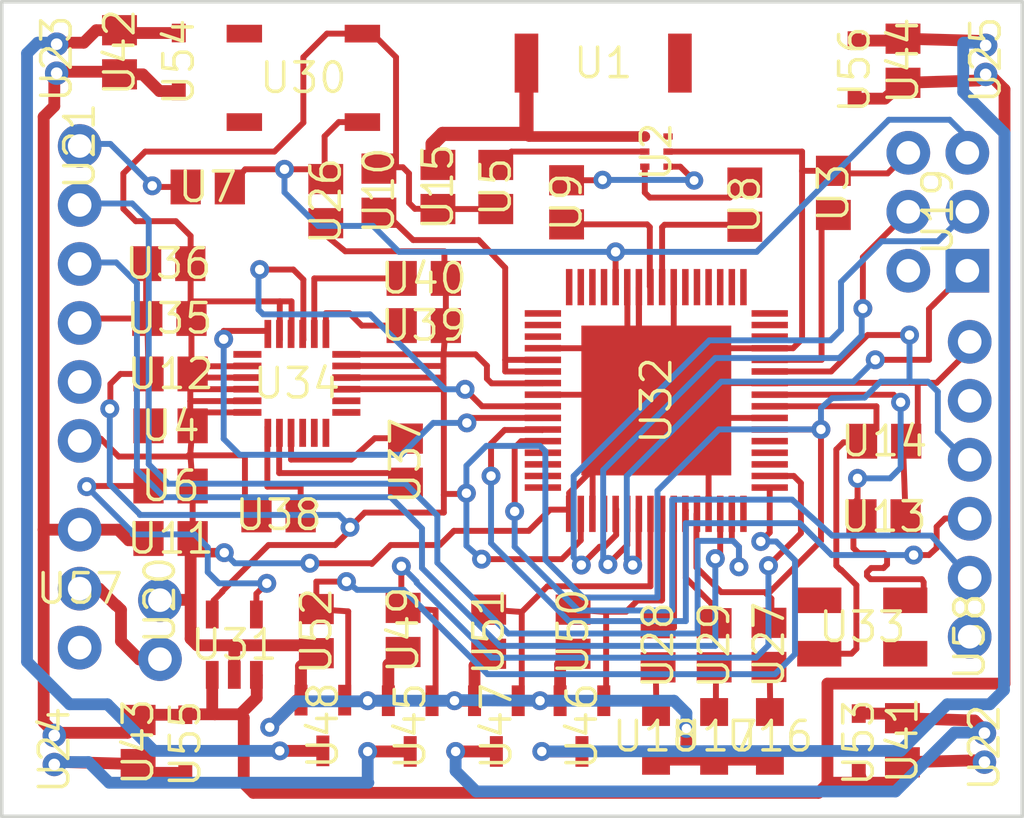
<source format=kicad_pcb>
(kicad_pcb (version 20221018) (generator pcbnew)
  (layers (0 "F.Cu" signal "Top") (31 "B.Cu" signal "Bottom") (34 "B.Paste" user) (35 "F.Paste" user) (36 "B.SilkS" user "B.Silkscreen") (37 "F.SilkS" user "F.Silkscreen") (38 "B.Mask" user) (39 "F.Mask" user) (44 "Edge.Cuts" user))
  (net 0 "")
  (net 1 "GND")
  (net 2 "3.3V")
  (net 3 "Net-(U1-Pad64)")
  (net 4 "Net-(U1-Pad63)")
  (net 5 "Net-(U1-Pad62)")
  (net 6 "Net-(C1-Pad1)")
  (net 7 "Net-(C5-Pad1)")
  (net 8 "Net-(C6-Pad1)")
  (net 9 "Net-(U1-Pad53)")
  (net 10 "Net-(U1-Pad52)")
  (net 11 "Net-(U1-Pad51)")
  (net 12 "/PE4")
  (net 13 "/PE3")
  (net 14 "Net-(U1-Pad48)")
  (net 15 "/TX0")
  (net 16 "/RX0")
  (net 17 "/PB7")
  (net 18 "/PB6")
  (net 19 "/PB5")
  (net 20 "/PB4")
  (net 21 "/MISO")
  (net 22 "/MOSI")
  (net 23 "/SCK")
  (net 24 "Net-(U1-Pad36)")
  (net 25 "Net-(U1-Pad32)")
  (net 26 "Net-(U1-Pad31)")
  (net 27 "Net-(U1-Pad30)")
  (net 28 "Net-(U1-Pad29)")
  (net 29 "/TX1")
  (net 30 "/RX1")
  (net 31 "/SDA")
  (net 32 "/SCL")
  (net 33 "Net-(C2-Pad1)")
  (net 34 "Net-(U1-Pad19)")
  (net 35 "Net-(U1-Pad18)")
  (net 36 "Net-(U1-Pad17)")
  (net 37 "Net-(U1-Pad16)")
  (net 38 "Net-(U1-Pad15)")
  (net 39 "Net-(U1-Pad14)")
  (net 40 "Net-(U1-Pad13)")
  (net 41 "/RESET")
  (net 42 "Net-(C17-Pad2)")
  (net 43 "Net-(C16-Pad1)")
  (net 44 "Net-(U1-Pad6)")
  (net 45 "Net-(U1-Pad5)")
  (net 46 "Net-(U1-Pad4)")
  (net 47 "Net-(U1-Pad3)")
  (net 48 "Net-(U1-Pad2)")
  (net 49 "Net-(U1-Pad1)")
  (net 50 "Net-(B1-Pad4)")
  (net 51 "Net-(B1-Pad3)")
  (net 52 "Net-(B1-Pad2)")
  (net 53 "/RFANT")
  (net 54 "Net-(J1-Pad2)")
  (net 55 "Net-(JP9-PadCTS)")
  (net 56 "Net-(C15-Pad1)")
  (net 57 "Net-(C7-Pad2)")
  (net 58 "/VBAT")
  (net 59 "Net-(C8-Pad2)")
  (net 60 "Net-(C13-Pad2)")
  (net 61 "Net-(C14-Pad2)")
  (net 62 "Net-(JP3-Pad2)")
  (net 63 "Net-(C12-Pad1)")
  (net 64 "Net-(R10-Pad1)")
  (net 65 "Net-(R3-Pad1)")
  (net 66 "Net-(U4-Pad14)")
  (net 67 "Net-(U4-Pad13)")
  (net 68 "Net-(U4-Pad12)")
  (net 69 "Net-(U4-Pad11)")
  (net 70 "Net-(U4-Pad10)")
  (net 71 "Net-(C25-Pad1)")
  (net 72 "Net-(C25-Pad2)")
  (net 73 "Net-(C26-Pad2)")
  (net 74 "Net-(U4-Pad1)")
  (net 75 "Net-(S2-Pad1)")
  (net 76 "Net-(JP2-PadCTS)")
  (net 77 "Net-(JP2-PadDTR)")
  (net 78 "Net-(BOT1-PadA)")
  (net 79 "Net-(ARM1-PadA)")
  (net 80 "Net-(PWR1-PadA)")
  (footprint "quadcopterJorge:ANTENNA-CHIP5" (layer "F.Cu") (at 152.4254 90.1065)
    (fp_text reference "U1")
    (fp_text value "")
  )
  (footprint "quadcopterJorge:BALUN-0805" (layer "F.Cu") (at 154.7114 93.9165 -90)
    (fp_text reference "U2")
    (fp_text value "")
  )
  (footprint "quadcopterJorge:C0805" (layer "F.Cu") (at 162.3314 95.6945 90)
    (fp_text reference "U3")
    (fp_text value "")
  )
  (footprint "quadcopterJorge:C0805" (layer "F.Cu") (at 133.8072 105.7275)
    (fp_text reference "U4")
    (fp_text value "")
  )
  (footprint "quadcopterJorge:C0805" (layer "F.Cu") (at 147.8026 95.4405 -90)
    (fp_text reference "U5")
    (fp_text value "")
  )
  (footprint "quadcopterJorge:C0805" (layer "F.Cu") (at 133.8072 108.3183)
    (fp_text reference "U6")
    (fp_text value "")
  )
  (footprint "quadcopterJorge:C0805" (layer "F.Cu") (at 135.4074 95.4405)
    (fp_text reference "U7")
    (fp_text value "")
  )
  (footprint "quadcopterJorge:C0805" (layer "F.Cu") (at 158.5214 96.2025 90)
    (fp_text reference "U8")
    (fp_text value "")
  )
  (footprint "quadcopterJorge:C0805" (layer "F.Cu") (at 150.8506 96.1009 -90)
    (fp_text reference "U9")
    (fp_text value "")
  )
  (footprint "quadcopterJorge:C0805" (layer "F.Cu") (at 142.7734 95.6 90)
    (fp_text reference "U10")
    (fp_text value "")
  )
  (footprint "quadcopterJorge:C0805" (layer "F.Cu") (at 133.8072 110.5789)
    (fp_text reference "U11")
    (fp_text value "")
  )
  (footprint "quadcopterJorge:C0805" (layer "F.Cu") (at 133.8072 103.4923)
    (fp_text reference "U12")
    (fp_text value "")
  )
  (footprint "quadcopterJorge:C0805" (layer "F.Cu") (at 164.4904 109.6391)
    (fp_text reference "U13")
    (fp_text value "")
  )
  (footprint "quadcopterJorge:C0805" (layer "F.Cu") (at 164.5158 106.3879)
    (fp_text reference "U14")
    (fp_text value "")
  )
  (footprint "quadcopterJorge:C0805" (layer "F.Cu") (at 145.3134 95.4405 90)
    (fp_text reference "U15")
    (fp_text value "")
  )
  (footprint "quadcopterJorge:CHIP-LED0805" (layer "F.Cu") (at 159.6 119.1 180)
    (fp_text reference "U16")
    (fp_text value "")
  )
  (footprint "quadcopterJorge:CHIP-LED0805" (layer "F.Cu") (at 157.2 119.1 180)
    (fp_text reference "U17")
    (fp_text value "")
  )
  (footprint "quadcopterJorge:CHIP-LED0805" (layer "F.Cu") (at 154.7 119.1 180)
    (fp_text reference "U18")
    (fp_text value "")
  )
  (footprint "quadcopterJorge:2X3-NS" (layer "F.Cu") (at 166.8272 96.5073 90)
    (fp_text reference "U19")
    (fp_text value "")
  )
  (footprint "quadcopterJorge:1X02" (layer "F.Cu") (at 133.35 114.5032 -90)
    (fp_text reference "U20")
    (fp_text value "")
  )
  (footprint "quadcopterJorge:FTDI_BASIC" (layer "F.Cu") (at 129.8956 100.0252 -90)
    (fp_text reference "U21")
    (fp_text value "")
  )
  (footprint "quadcopterJorge:653002114822" (layer "F.Cu") (at 168.1988 119.5832 -90)
    (fp_text reference "U22")
    (fp_text value "")
  )
  (footprint "quadcopterJorge:653002114822" (layer "F.Cu") (at 128.27 89.916 -90)
    (fp_text reference "U23")
    (fp_text value "")
  )
  (footprint "quadcopterJorge:653002114822" (layer "F.Cu") (at 129.4384 119.6848 90)
    (fp_text reference "U24")
    (fp_text value "")
  )
  (footprint "quadcopterJorge:653002114822" (layer "F.Cu") (at 168.2496 89.9668 -90)
    (fp_text reference "U25")
    (fp_text value "")
  )
  (footprint "quadcopterJorge:R0805" (layer "F.Cu") (at 140.4874 96.0501 -90)
    (fp_text reference "U26")
    (fp_text value "")
  )
  (footprint "quadcopterJorge:R0805" (layer "F.Cu") (at 159.56 115.16 90)
    (fp_text reference "U27")
    (fp_text value "")
  )
  (footprint "quadcopterJorge:R0805" (layer "F.Cu") (at 154.7876 115.1763 90)
    (fp_text reference "U28")
    (fp_text value "")
  )
  (footprint "quadcopterJorge:R0805" (layer "F.Cu") (at 157.2006 115.1763 90)
    (fp_text reference "U29")
    (fp_text value "")
  )
  (footprint "quadcopterJorge:TACTILE_SWITCH_SMD" (layer "F.Cu") (at 139.5222 90.7415 180)
    (fp_text reference "U30")
    (fp_text value "")
  )
  (footprint "quadcopterJorge:SOT23-DBV" (layer "F.Cu") (at 136.5504 115.1509)
    (fp_text reference "U31")
    (fp_text value "")
  )
  (footprint "quadcopterJorge:QFN-64" (layer "F.Cu") (at 154.7114 104.6353 -90)
    (fp_text reference "U32")
    (fp_text value "")
  )
  (footprint "quadcopterJorge:CRYSTAL-SMD-5X3" (layer "F.Cu") (at 163.576 114.3889)
    (fp_text reference "U33")
    (fp_text value "")
  )
  (footprint "quadcopterJorge:LGA-24" (layer "F.Cu") (at 139.2428 103.8987)
    (fp_text reference "U34")
    (fp_text value "")
  )
  (footprint "quadcopterJorge:C0805" (layer "F.Cu") (at 133.7564 101.1047)
    (fp_text reference "U35")
    (fp_text value "")
  )
  (footprint "quadcopterJorge:C0805" (layer "F.Cu") (at 133.7056 98.7425)
    (fp_text reference "U36")
    (fp_text value "")
  )
  (footprint "quadcopterJorge:C0805" (layer "F.Cu") (at 143.9164 107.2261 -90)
    (fp_text reference "U37")
    (fp_text value "")
  )
  (footprint "quadcopterJorge:C0805" (layer "F.Cu") (at 138.4554 109.5629)
    (fp_text reference "U38")
    (fp_text value "")
  )
  (footprint "quadcopterJorge:R0805" (layer "F.Cu") (at 144.7038 101.4095)
    (fp_text reference "U39")
    (fp_text value "")
  )
  (footprint "quadcopterJorge:R0805" (layer "F.Cu") (at 144.7038 99.3775)
    (fp_text reference "U40")
    (fp_text value "")
  )
  (footprint "quadcopterJorge:C0805" (layer "F.Cu") (at 165.3032 119.2657 90)
    (fp_text reference "U41")
    (fp_text value "")
  )
  (footprint "quadcopterJorge:C0805" (layer "F.Cu") (at 131.61 89.64 90)
    (fp_text reference "U42")
    (fp_text value "")
  )
  (footprint "quadcopterJorge:C0805" (layer "F.Cu") (at 132.4102 119.3419 -90)
    (fp_text reference "U43")
    (fp_text value "")
  )
  (footprint "quadcopterJorge:C0805" (layer "F.Cu") (at 165.3286 90.0049 90)
    (fp_text reference "U44")
    (fp_text value "")
  )
  (footprint "quadcopterJorge:CONTROLLER_SOT95P237X112-3N" (layer "F.Cu") (at 144.1196 118.6561 -90)
    (fp_text reference "U45")
    (fp_text value "")
  )
  (footprint "quadcopterJorge:CONTROLLER_SOT95P237X112-3N" (layer "F.Cu") (at 151.511 118.6561 -90)
    (fp_text reference "U46")
    (fp_text value "")
  )
  (footprint "quadcopterJorge:CONTROLLER_SOT95P237X112-3N" (layer "F.Cu") (at 147.828 118.6561 -90)
    (fp_text reference "U47")
    (fp_text value "")
  )
  (footprint "quadcopterJorge:CONTROLLER_SOT95P237X112-3N" (layer "F.Cu") (at 140.3604 118.6307 -90)
    (fp_text reference "U48")
    (fp_text value "")
  )
  (footprint "quadcopterJorge:R0805" (layer "F.Cu") (at 143.8148 114.5159 -90)
    (fp_text reference "U49")
    (fp_text value "")
  )
  (footprint "quadcopterJorge:R0805" (layer "F.Cu") (at 151.13 114.5921 -90)
    (fp_text reference "U50")
    (fp_text value "")
  )
  (footprint "quadcopterJorge:R0805" (layer "F.Cu") (at 147.4978 114.5921 -90)
    (fp_text reference "U51")
    (fp_text value "")
  )
  (footprint "quadcopterJorge:R0805" (layer "F.Cu") (at 140.081 114.5667 -90)
    (fp_text reference "U52")
    (fp_text value "")
  )
  (footprint "quadcopterJorge:SOD323_ST" (layer "F.Cu") (at 163.4236 119.3673 90)
    (fp_text reference "U53")
    (fp_text value "")
  )
  (footprint "quadcopterJorge:SOD323_ST" (layer "F.Cu") (at 134.16 90.06 90)
    (fp_text reference "U54")
    (fp_text value "")
  )
  (footprint "quadcopterJorge:SOD323_ST" (layer "F.Cu") (at 134.4422 119.4181 -90)
    (fp_text reference "U55")
    (fp_text value "")
  )
  (footprint "quadcopterJorge:SOD323_ST" (layer "F.Cu") (at 163.2458 90.3859 90)
    (fp_text reference "U56")
    (fp_text value "")
  )
  (footprint "quadcopterJorge:SWITCH-SPDT" (layer "F.Cu") (at 129.8956 112.7379 180)
    (fp_text reference "U57")
    (fp_text value "")
  )
  (footprint "quadcopterJorge:FTDI_BASIC" (layer "F.Cu") (at 168.1988 108.458 90)
    (fp_text reference "U58")
    (fp_text value "")
  )
  (gr_line (start 126.5428 122.5423) (end 126.5428 87.4649) (stroke (width 0.1524)) (layer "Edge.Cuts"))
  (gr_line (start 126.5428 87.4649) (end 170.4594 87.4649) (stroke (width 0.1524)) (layer "Edge.Cuts"))
  (gr_line (start 170.4594 122.5423) (end 126.5428 122.5423) (stroke (width 0.1524)) (layer "Edge.Cuts"))
  (gr_line (start 170.4594 87.4649) (end 170.4594 122.5423) (stroke (width 0.1524)) (layer "Edge.Cuts"))
  (segment (start 143.803 94.5905) (end 144.0688 94.8563) (width 0.254) (layer "F.Cu") (net 1))
  (segment (start 144.0688 96.1263) (end 144.3228 96.3803) (width 0.254) (layer "F.Cu") (net 1))
  (segment (start 144.3228 96.3803) (end 145.2236 96.3803) (width 0.254) (layer "F.Cu") (net 1))
  (segment (start 153.4614 104.5885) (end 153.9614 104.0885) (width 0.254) (layer "F.Cu") (net 1))
  (segment (start 155.4614 99.7543) (end 155.4614 102.5885) (width 0.254) (layer "F.Cu") (net 1))
  (segment (start 153.4668 99.7597) (end 153.4668 102.2731) (width 0.254) (layer "F.Cu") (net 1))
  (segment (start 138.4928 101.7697) (end 138.5062 102.0237) (width 0.254) (layer "F.Cu") (net 1))
  (segment (start 139.0142 102.0237) (end 139.0142 100.3681) (width 0.254) (layer "F.Cu") (net 1))
  (segment (start 144.0688 94.8563) (end 144.0688 96.1263) (width 0.254) (layer "F.Cu") (net 1))
  (segment (start 165.4404 109.6391) (end 165.3404 106.8959) (width 0.254) (layer "F.Cu") (net 1))
  (segment (start 153.4614 99.7543) (end 153.4668 99.7597) (width 0.254) (layer "F.Cu") (net 1))
  (segment (start 156.9614 105.4227) (end 156.9614 104.2945) (width 0.254) (layer "F.Cu") (net 1))
  (segment (start 152.1206 104.5885) (end 153.4614 104.5885) (width 0.254) (layer "F.Cu") (net 1))
  (segment (start 155.4614 102.5885) (end 153.9614 104.0885) (width 0.254) (layer "F.Cu") (net 1))
  (segment (start 156.9614 104.2945) (end 156.7434 104.0765) (width 0.254) (layer "F.Cu") (net 1))
  (segment (start 145.3134 96.3905) (end 147.8026 96.3905) (width 0.254) (layer "F.Cu") (net 1))
  (segment (start 138.5062 102.0237) (end 138.5062 100.3681) (width 0.254) (layer "F.Cu") (net 1))
  (segment (start 153.9614 99.7543) (end 153.9614 104.0885) (width 0.254) (layer "F.Cu") (net 1))
  (segment (start 155.2164 93.9165) (end 160.9852 93.9165) (width 0.254) (layer "F.Cu") (net 1))
  (segment (start 165.3404 106.8959) (end 165.3404 106.4133) (width 0.254) (layer "F.Cu") (net 1))
  (segment (start 152.1714 107.3785) (end 152.1714 104.6393) (width 0.254) (layer "F.Cu") (net 1))
  (segment (start 162.3432 94.8563) (end 162.3314 94.7445) (width 0.254) (layer "F.Cu") (net 1))
  (segment (start 151.9614 109.5163) (end 151.969781 109.3385) (width 0.254) (layer "F.Cu") (net 1))
  (segment (start 153.8097 101.9302) (end 153.4668 102.2731) (width 0.254) (layer "F.Cu") (net 1))
  (segment (start 153.9614 99.7543) (end 153.9614 102.3105) (width 0.254) (layer "F.Cu") (net 1))
  (segment (start 151.969781 109.3385) (end 151.969781 107.609744) (width 0.254) (layer "F.Cu") (net 1))
  (segment (start 138.9928 101.7697) (end 139.0142 102.0237) (width 0.254) (layer "F.Cu") (net 1))
  (segment (start 154.4574 102.8065) (end 152.1714 102.8065) (width 0.254) (layer "F.Cu") (net 1))
  (segment (start 142.7734 94.4905) (end 143.4846 94.5905) (width 0.254) (layer "F.Cu") (net 1))
  (segment (start 152.1714 104.6393) (end 152.1206 104.5885) (width 0.254) (layer "F.Cu") (net 1))
  (segment (start 145.2236 96.3803) (end 145.3134 96.3905) (width 0.254) (layer "F.Cu") (net 1))
  (segment (start 153.9614 99.7543) (end 153.9614 101.7785) (width 0.254) (layer "F.Cu") (net 1))
  (segment (start 152.1714 102.8065) (end 151.9174 102.5525) (width 0.254) (layer "F.Cu") (net 1))
  (segment (start 153.9614 101.7785) (end 153.8097 101.9302) (width 0.254) (layer "F.Cu") (net 1))
  (segment (start 132.715 93.9165) (end 131.7752 94.8563) (width 0.254) (layer "F.Cu") (net 1))
  (segment (start 153.9614 102.3105) (end 154.4574 102.8065) (width 0.254) (layer "F.Cu") (net 1))
  (segment (start 151.969781 107.609744) (end 152.1714 107.3785) (width 0.254) (layer "F.Cu") (net 1))
  (segment (start 153.9614 104.0885) (end 154.7114 104.6353) (width 0.254) (layer "F.Cu") (net 1))
  (segment (start 156.9614 109.5163) (end 156.9614 105.4227) (width 0.254) (layer "F.Cu") (net 1))
  (segment (start 143.4846 94.5905) (end 143.803 94.5905) (width 0.254) (layer "F.Cu") (net 1))
  (segment (start 134.6708 98.7273) (end 134.6708 100.3681) (width 0.254) (layer "F.Cu") (net 1))
  (segment (start 131.7752 96.3803) (end 132.3086 96.9137) (width 0.254) (layer "F.Cu") (net 1))
  (segment (start 134.0358 96.9137) (end 134.6708 97.5487) (width 0.254) (layer "F.Cu") (net 1))
  (segment (start 131.7752 94.8563) (end 131.7752 96.3803) (width 0.254) (layer "F.Cu") (net 1))
  (segment (start 132.3086 96.9137) (end 134.0358 96.9137) (width 0.254) (layer "F.Cu") (net 1))
  (segment (start 134.6708 97.5487) (end 134.6708 98.7273) (width 0.254) (layer "F.Cu") (net 1))
  (segment (start 134.6708 98.7273) (end 134.6556 98.7425) (width 0.254) (layer "F.Cu") (net 1))
  (segment (start 134.6708 111.0869) (end 134.6708 113.1951) (width 0.508) (layer "F.Cu") (net 1))
  (segment (start 139.8388 115.4167) (end 139.6238 115.2017) (width 0.4064) (layer "F.Cu") (net 1))
  (segment (start 133.4008 113.2205) (end 134.6454 113.2205) (width 0.508) (layer "F.Cu") (net 1))
  (segment (start 150.9614 108.618125) (end 151.969781 107.609744) (width 0.254) (layer "F.Cu") (net 1))
  (segment (start 134.5302 107.0483) (end 134.6572 106.9213) (width 0.254) (layer "F.Cu") (net 1))
  (segment (start 134.6708 113.1951) (end 134.6708 114.8969) (width 0.508) (layer "F.Cu") (net 1))
  (segment (start 151.9174 102.3853) (end 151.9174 102.5525) (width 0.254) (layer "F.Cu") (net 1))
  (segment (start 159.5924 102.3853) (end 155.6646 102.3853) (width 0.254) (layer "F.Cu") (net 1))
  (segment (start 139.5222 92.6719) (end 138.2776 93.9165) (width 0.254) (layer "F.Cu") (net 1))
  (segment (start 142.494 88.8365) (end 143.51 89.8525) (width 0.254) (layer "F.Cu") (net 1))
  (segment (start 139.3952 115.2017) (end 139.6238 115.2017) (width 0.4064) (layer "F.Cu") (net 1))
  (segment (start 129.8194 106.2863) (end 130.81 106.2863) (width 0.254) (layer "F.Cu") (net 1))
  (segment (start 134.6564 105.1687) (end 134.6564 105.8537) (width 0.254) (layer "F.Cu") (net 1))
  (segment (start 137.0076 106.9975) (end 134.7334 106.9975) (width 0.254) (layer "F.Cu") (net 1))
  (segment (start 143.51 89.8525) (end 143.51 94.5651) (width 0.254) (layer "F.Cu") (net 1))
  (segment (start 134.7334 106.9975) (end 134.6572 106.9213) (width 0.254) (layer "F.Cu") (net 1))
  (segment (start 138.5062 100.3681) (end 134.6708 100.3681) (width 0.254) (layer "F.Cu") (net 1))
  (segment (start 134.6708 110.5925) (end 134.6708 111.0869) (width 0.4064) (layer "F.Cu") (net 1))
  (segment (start 137.0076 106.9975) (end 137.0076 108.9787) (width 0.254) (layer "F.Cu") (net 1))
  (segment (start 137.0076 108.9787) (end 137.5054 109.5629) (width 0.254) (layer "F.Cu") (net 1))
  (segment (start 150.9614 109.5163) (end 150.9614 108.618125) (width 0.254) (layer "F.Cu") (net 1))
  (segment (start 149.8304 102.3853) (end 151.9174 102.3853) (width 0.254) (layer "F.Cu") (net 1))
  (segment (start 155.6646 102.3853) (end 155.4614 102.5885) (width 0.254) (layer "F.Cu") (net 1))
  (segment (start 164.6682 94.8563) (end 165.5572 93.9673) (width 0.254) (layer "F.Cu") (net 1))
  (segment (start 139.5222 89.8525) (end 139.5222 92.6719) (width 0.254) (layer "F.Cu") (net 1))
  (segment (start 166.7764 103.8733) (end 165.9382 103.8733) (width 0.254) (layer "F.Cu") (net 1))
  (segment (start 134.7572 108.3183) (end 134.7572 110.5789) (width 0.254) (layer "F.Cu") (net 1))
  (segment (start 143.51 94.5651) (end 143.4846 94.5905) (width 0.254) (layer "F.Cu") (net 1))
  (segment (start 130.81 106.2863) (end 131.572 107.0483) (width 0.254) (layer "F.Cu") (net 1))
  (segment (start 140.5382 88.8365) (end 139.5222 89.8525) (width 0.254) (layer "F.Cu") (net 1))
  (segment (start 159.5924 103.8853) (end 157.3706 103.8853) (width 0.254) (layer "F.Cu") (net 1))
  (segment (start 134.6572 106.9213) (end 134.7572 108.3183) (width 0.254) (layer "F.Cu") (net 1))
  (segment (start 157.3706 103.8853) (end 156.9614 104.2945) (width 0.254) (layer "F.Cu") (net 1))
  (segment (start 150.9572 109.3343) (end 150.9614 109.5163) (width 0.254) (layer "F.Cu") (net 1))
  (segment (start 165.9382 103.8733) (end 159.6044 103.8733) (width 0.254) (layer "F.Cu") (net 1))
  (segment (start 159.6044 103.8733) (end 159.5924 103.8853) (width 0.254) (layer "F.Cu") (net 1))
  (segment (start 134.6708 110.5925) (end 134.7572 110.5789) (width 0.4064) (layer "F.Cu") (net 1))
  (segment (start 166.7764 103.8733) (end 167.767 102.8827) (width 0.254) (layer "F.Cu") (net 1))
  (segment (start 167.767 102.8827) (end 167.767 102.4509) (width 0.254) (layer "F.Cu") (net 1))
  (segment (start 134.6454 113.2205) (end 134.6708 113.1951) (width 0.4064) (layer "F.Cu") (net 1))
  (segment (start 167.767 102.4509) (end 168.148 102.0699) (width 0.254) (layer "F.Cu") (net 1))
  (segment (start 165.9636 103.8987) (end 165.9382 103.8733) (width 0.254) (layer "F.Cu") (net 1))
  (segment (start 159.5924 105.3853) (end 156.9988 105.3853) (width 0.254) (layer "F.Cu") (net 1))
  (segment (start 145.9992 110.2487) (end 145.3896 110.8583) (width 0.254) (layer "F.Cu") (net 1))
  (segment (start 156.9988 105.3853) (end 156.9614 105.4227) (width 0.254) (layer "F.Cu") (net 1))
  (segment (start 142.0622 88.8365) (end 140.5382 88.8365) (width 0.254) (layer "F.Cu") (net 1))
  (segment (start 134.7572 105.7275) (end 134.6572 106.9213) (width 0.254) (layer "F.Cu") (net 1))
  (segment (start 140.081 115.5167) (end 139.8388 115.4167) (width 0.4064) (layer "F.Cu") (net 1))
  (segment (start 134.6708 100.3681) (end 134.6708 101.0903) (width 0.254) (layer "F.Cu") (net 1))
  (segment (start 149.8304 104.3853) (end 151.9174 104.3853) (width 0.254) (layer "F.Cu") (net 1))
  (segment (start 134.6564 105.8537) (end 134.7572 105.7275) (width 0.254) (layer "F.Cu") (net 1))
  (segment (start 142.0622 88.8365) (end 142.494 88.8365) (width 0.254) (layer "F.Cu") (net 1))
  (segment (start 131.572 107.0483) (end 134.5302 107.0483) (width 0.254) (layer "F.Cu") (net 1))
  (segment (start 151.9174 104.3853) (end 152.1206 104.5885) (width 0.254) (layer "F.Cu") (net 1))
  (segment (start 150.1394 109.3343) (end 150.9572 109.3343) (width 0.254) (layer "F.Cu") (net 1))
  (segment (start 162.3432 94.8563) (end 164.6682 94.8563) (width 0.254) (layer "F.Cu") (net 1))
  (segment (start 137.1138 104.6487) (end 137.3678 104.6607) (width 0.254) (layer "F.Cu") (net 1))
  (segment (start 134.6564 104.6607) (end 134.6564 105.1687) (width 0.254) (layer "F.Cu") (net 1))
  (segment (start 149.225 110.2487) (end 150.1394 109.3343) (width 0.254) (layer "F.Cu") (net 1))
  (segment (start 138.2776 93.9165) (end 132.715 93.9165) (width 0.254) (layer "F.Cu") (net 1))
  (segment (start 145.9992 110.2487) (end 149.225 110.2487) (width 0.254) (layer "F.Cu") (net 1))
  (segment (start 156.7434 104.0765) (end 153.8097 104.0765) (width 0.254) (layer "F.Cu") (net 1))
  (segment (start 153.8097 104.0765) (end 153.8097 101.9302) (width 0.254) (layer "F.Cu") (net 1))
  (segment (start 146.8882 117.5639) (end 146.8882 116.0517) (width 0.508) (layer "F.Cu") (net 1))
  (segment (start 136.1186 111.1885) (end 134.7724 111.1885) (width 0.4064) (layer "F.Cu") (net 1))
  (segment (start 134.6764 105.1487) (end 134.6564 105.1687) (width 0.254) (layer "F.Cu") (net 1))
  (segment (start 134.7064 101.1047) (end 134.7064 103.1621) (width 0.254) (layer "F.Cu") (net 1))
  (segment (start 134.7064 103.1621) (end 134.7064 103.4431) (width 0.254) (layer "F.Cu") (net 1))
  (segment (start 134.692 101.0903) (end 134.7064 101.1047) (width 0.254) (layer "F.Cu") (net 1))
  (segment (start 157.4038 119.9347) (end 157.2768 119.8077) (width 0.508) (layer "F.Cu") (net 1))
  (segment (start 136.4488 115.1763) (end 139.3698 115.1763) (width 0.508) (layer "F.Cu") (net 1))
  (segment (start 143.2814 110.8583) (end 142.4686 111.6711) (width 0.254) (layer "F.Cu") (net 1))
  (segment (start 137.1138 105.1487) (end 134.6764 105.1487) (width 0.254) (layer "F.Cu") (net 1))
  (segment (start 134.6708 101.0903) (end 134.692 101.0903) (width 0.254) (layer "F.Cu") (net 1))
  (segment (start 156 120.1) (end 157.143 120.1) (width 0.508) (layer "F.Cu") (net 1))
  (segment (start 143.1798 117.5639) (end 143.1798 116.0009) (width 0.508) (layer "F.Cu") (net 1))
  (segment (start 136.5504 116.4509) (end 136.5504 115.2779) (width 0.508) (layer "F.Cu") (net 1))
  (segment (start 134.7064 103.4431) (end 134.7572 103.4923) (width 0.254) (layer "F.Cu") (net 1))
  (segment (start 134.7572 103.4923) (end 134.6572 103.6701) (width 0.254) (layer "F.Cu") (net 1))
  (segment (start 134.6572 103.6701) (end 134.6572 104.0257) (width 0.254) (layer "F.Cu") (net 1))
  (segment (start 142.2908 117.5639) (end 143.1798 117.5639) (width 0.508) (layer "F.Cu") (net 1))
  (segment (start 137.3678 104.6607) (end 134.6564 104.6607) (width 0.254) (layer "F.Cu") (net 1))
  (segment (start 159.4066 120.1) (end 157.4 120.1) (width 0.508) (layer "F.Cu") (net 1))
  (segment (start 134.9502 115.1763) (end 136.4488 115.1763) (width 0.508) (layer "F.Cu") (net 1))
  (segment (start 134.6572 104.0257) (end 134.6572 104.6599) (width 0.254) (layer "F.Cu") (net 1))
  (segment (start 139.3698 115.1763) (end 139.3952 115.2017) (width 0.508) (layer "F.Cu") (net 1))
  (segment (start 134.6572 104.6599) (end 134.6564 104.6607) (width 0.254) (layer "F.Cu") (net 1))
  (segment (start 154.5776 120.1) (end 156 120.1) (width 0.508) (layer "F.Cu") (net 1))
  (segment (start 134.7724 111.1885) (end 134.6708 111.0869) (width 0.4064) (layer "F.Cu") (net 1))
  (segment (start 165.9636 103.8987) (end 165.9636 106.2727) (width 0.254) (layer "F.Cu") (net 1))
  (segment (start 150.5712 117.5639) (end 150.5712 116.0009) (width 0.508) (layer "F.Cu") (net 1))
  (segment (start 150.5712 116.0009) (end 151.13 115.5421) (width 0.508) (layer "F.Cu") (net 1))
  (segment (start 139.2428 117.5385) (end 139.4206 117.5385) (width 0.508) (layer "F.Cu") (net 1))
  (segment (start 139.8016 111.6457) (end 142.4432 111.6457) (width 0.254) (layer "F.Cu") (net 1))
  (segment (start 136.5504 115.2779) (end 136.4488 115.1763) (width 0.508) (layer "F.Cu") (net 1))
  (segment (start 134.6708 114.8969) (end 134.9502 115.1763) (width 0.508) (layer "F.Cu") (net 1))
  (segment (start 146.8882 116.0517) (end 147.4978 115.5421) (width 0.508) (layer "F.Cu") (net 1))
  (segment (start 142.4686 111.6711) (end 142.4432 111.6457) (width 0.254) (layer "F.Cu") (net 1))
  (segment (start 150.5712 117.5639) (end 149.7076 117.5639) (width 0.508) (layer "F.Cu") (net 1))
  (segment (start 159.4104 119.9347) (end 159.6136 119.8331) (width 0.508) (layer "F.Cu") (net 1))
  (segment (start 139.4206 117.5385) (end 139.4206 116.0771) (width 0.508) (layer "F.Cu") (net 1))
  (segment (start 138.0744 118.7069) (end 139.2428 117.5385) (width 0.508) (layer "F.Cu") (net 1))
  (segment (start 145.3896 110.8583) (end 143.2814 110.8583) (width 0.254) (layer "F.Cu") (net 1))
  (segment (start 139.0142 100.3681) (end 138.5062 100.3681) (width 0.254) (layer "F.Cu") (net 1))
  (segment (start 165.3404 106.4133) (end 165.4658 106.3879) (width 0.254) (layer "F.Cu") (net 1))
  (segment (start 139.4206 116.0771) (end 140.081 115.5167) (width 0.508) (layer "F.Cu") (net 1))
  (segment (start 143.1798 116.0009) (end 143.8148 115.4659) (width 0.508) (layer "F.Cu") (net 1))
  (segment (start 146.8882 117.5639) (end 146.0246 117.5639) (width 0.508) (layer "F.Cu") (net 1))
  (segment (start 165.9636 106.2727) (end 165.3404 106.8959) (width 0.254) (layer "F.Cu") (net 1))
  (segment (start 160.9852 101.9937) (end 160.9852 94.7547) (width 0.254) (layer "F.Cu") (net 1))
  (segment (start 160.9954 94.7445) (end 161.8082 94.7445) (width 0.254) (layer "F.Cu") (net 1))
  (segment (start 162.0774 94.7445) (end 161.8082 94.7445) (width 0.254) (layer "F.Cu") (net 1))
  (segment (start 159.5924 102.3853) (end 160.5936 102.3853) (width 0.254) (layer "F.Cu") (net 1))
  (segment (start 160.9852 94.7547) (end 160.9954 94.7445) (width 0.254) (layer "F.Cu") (net 1))
  (segment (start 162.3314 94.7445) (end 162.0774 94.7445) (width 0.254) (layer "F.Cu") (net 1))
  (segment (start 137.1138 104.1487) (end 134.7802 104.1487) (width 0.254) (layer "F.Cu") (net 1))
  (segment (start 160.5936 102.3853) (end 160.9852 101.9937) (width 0.254) (layer "F.Cu") (net 1))
  (segment (start 137.1138 103.6487) (end 134.6786 103.6487) (width 0.254) (layer "F.Cu") (net 1))
  (segment (start 160.9852 94.7547) (end 160.9852 93.9165) (width 0.254) (layer "F.Cu") (net 1))
  (segment (start 137.1004 103.1621) (end 134.7064 103.1621) (width 0.254) (layer "F.Cu") (net 1))
  (segment (start 134.7802 104.1487) (end 134.6572 104.0257) (width 0.254) (layer "F.Cu") (net 1))
  (segment (start 137.1138 103.1487) (end 137.1004 103.1621) (width 0.254) (layer "F.Cu") (net 1))
  (segment (start 134.6786 103.6487) (end 134.6572 103.6701) (width 0.254) (layer "F.Cu") (net 1))
  (segment (start 156.0068 119.332436) (end 156 119.339236) (width 0.25) (layer "F.Cu") (net 1))
  (segment (start 156 119.339236) (end 156 120.1) (width 0.508) (layer "F.Cu") (net 1))
  (segment (start 156.0068 118.7577) (end 156.0068 119.332436) (width 0.508) (layer "F.Cu") (net 1))
  (via (at 139.8016 111.6457) (size 0.8128) (drill 0.4064) (layers "F.Cu" "B.Cu") (net 1))
  (via (at 136.1186 111.1885) (size 0.8128) (drill 0.4064) (layers "F.Cu" "B.Cu") (net 1))
  (via (at 146.0246 117.5639) (size 0.8128) (drill 0.4064) (layers "F.Cu" "B.Cu") (net 1))
  (via (at 138.0744 118.7069) (size 0.8128) (drill 0.4064) (layers "F.Cu" "B.Cu") (net 1))
  (via (at 142.2908 117.5639) (size 0.8128) (drill 0.4064) (layers "F.Cu" "B.Cu") (net 1))
  (via (at 149.7076 117.5639) (size 0.8128) (drill 0.4064) (layers "F.Cu" "B.Cu") (net 1))
  (via (at 156.0068 118.7577) (size 0.8128) (drill 0.4064) (layers "F.Cu" "B.Cu") (net 1))
  (segment (start 156.0068 118.7577) (end 156.0068 118.0973) (width 0.508) (layer "B.Cu") (net 1))
  (segment (start 136.5758 111.6457) (end 139.8016 111.6457) (width 0.254) (layer "B.Cu") (net 1))
  (segment (start 146.177 117.5385) (end 146.0246 117.5639) (width 0.508) (layer "B.Cu") (net 1))
  (segment (start 138.0744 118.7069) (end 139.192 117.5893) (width 0.508) (layer "B.Cu") (net 1))
  (segment (start 136.1186 111.1885) (end 136.5758 111.6457) (width 0.254) (layer "B.Cu") (net 1))
  (segment (start 149.7076 117.5639) (end 146.177 117.5385) (width 0.508) (layer "B.Cu") (net 1))
  (segment (start 139.192 117.5893) (end 142.2654 117.5893) (width 0.508) (layer "B.Cu") (net 1))
  (segment (start 142.2654 117.5893) (end 142.2908 117.5639) (width 0.508) (layer "B.Cu") (net 1))
  (segment (start 146.0246 117.5639) (end 142.2908 117.5639) (width 0.508) (layer "B.Cu") (net 1))
  (segment (start 155.4734 117.5639) (end 156.0068 118.0973) (width 0.508) (layer "B.Cu") (net 1))
  (segment (start 155.4734 117.5639) (end 149.7076 117.5639) (width 0.508) (layer "B.Cu") (net 1))
  (segment (start 151.4602 109.3397) (end 151.4614 109.5163) (width 0.254) (layer "F.Cu") (net 2))
  (segment (start 157.5054 112.8903) (end 156.4386 111.8235) (width 0.254) (layer "F.Cu") (net 2))
  (segment (start 157.5054 112.8903) (end 159.385 112.8903) (width 0.254) (layer "F.Cu") (net 2))
  (segment (start 151.4602 110.6551) (end 151.4602 109.3397) (width 0.254) (layer "F.Cu") (net 2))
  (segment (start 146.9336 102.6487) (end 147.4216 103.1367) (width 0.254) (layer "F.Cu") (net 2))
  (segment (start 151.4602 110.6551) (end 150.6474 111.4679) (width 0.254) (layer "F.Cu") (net 2))
  (segment (start 161.8942 105.8853) (end 161.798 105.8799) (width 0.254) (layer "F.Cu") (net 2))
  (segment (start 145.5674 109.4613) (end 145.5674 108.6993) (width 0.254) (layer "F.Cu") (net 2))
  (segment (start 159.5924 103.3853) (end 162.2352 103.3853) (width 0.254) (layer "F.Cu") (net 2))
  (segment (start 132.8572 103.4923) (end 131.6482 103.4923) (width 0.254) (layer "F.Cu") (net 2))
  (segment (start 159.6644 113.1697) (end 159.6644 114.2501) (width 0.254) (layer "F.Cu") (net 2))
  (segment (start 141.3718 103.1487) (end 145.553 103.1487) (width 0.254) (layer "F.Cu") (net 2))
  (segment (start 140.4874 97.0001) (end 140.4874 97.5233) (width 0.254) (layer "F.Cu") (net 2))
  (segment (start 141.3256 98.2091) (end 145.5928 98.2091) (width 0.254) (layer "F.Cu") (net 2))
  (segment (start 162.2352 103.3853) (end 163.8046 101.8159) (width 0.254) (layer "F.Cu") (net 2))
  (segment (start 140.4874 97.5233) (end 141.3256 98.2091) (width 0.254) (layer "F.Cu") (net 2))
  (segment (start 145.553 103.1487) (end 145.553 103.6487) (width 0.254) (layer "F.Cu") (net 2))
  (segment (start 146.9336 102.6487) (end 145.553 102.6487) (width 0.254) (layer "F.Cu") (net 2))
  (segment (start 132.7556 98.7425) (end 132.7556 101.0039) (width 0.254) (layer "F.Cu") (net 2))
  (segment (start 132.8064 101.1047) (end 132.8564 103.4931) (width 0.254) (layer "F.Cu") (net 2))
  (segment (start 132.8564 103.4931) (end 132.8572 103.4923) (width 0.254) (layer "F.Cu") (net 2))
  (segment (start 145.6538 99.3775) (end 145.6538 101.4095) (width 0.254) (layer "F.Cu") (net 2))
  (segment (start 159.385 112.8903) (end 159.6644 113.1697) (width 0.254) (layer "F.Cu") (net 2))
  (segment (start 145.553 104.1487) (end 145.5674 104.1487) (width 0.254) (layer "F.Cu") (net 2))
  (segment (start 150.6474 111.4679) (end 147.193 111.4679) (width 0.254) (layer "F.Cu") (net 2))
  (segment (start 131.6482 103.4923) (end 131.2164 103.9241) (width 0.254) (layer "F.Cu") (net 2))
  (segment (start 131.2164 103.9241) (end 131.2164 104.9655) (width 0.254) (layer "F.Cu") (net 2))
  (segment (start 146.5428 108.6587) (end 146.5428 108.6305) (width 0.254) (layer "F.Cu") (net 2))
  (segment (start 145.6538 99.3775) (end 145.5928 99.3377) (width 0.254) (layer "F.Cu") (net 2))
  (segment (start 129.921 101.1047) (end 129.8194 101.2063) (width 0.254) (layer "F.Cu") (net 2))
  (segment (start 159.6644 114.2501) (end 159.5628 114.2517) (width 0.254) (layer "F.Cu") (net 2))
  (segment (start 145.553 103.6487) (end 145.553 104.1487) (width 0.254) (layer "F.Cu") (net 2))
  (segment (start 145.5928 99.3377) (end 145.5928 98.2091) (width 0.254) (layer "F.Cu") (net 2))
  (segment (start 147.4216 103.1367) (end 147.4216 103.6955) (width 0.254) (layer "F.Cu") (net 2))
  (segment (start 132.8064 101.1047) (end 129.921 101.1047) (width 0.254) (layer "F.Cu") (net 2))
  (segment (start 145.553 102.6487) (end 145.553 103.1487) (width 0.254) (layer "F.Cu") (net 2))
  (segment (start 141.3718 103.6487) (end 145.553 103.6487) (width 0.254) (layer "F.Cu") (net 2))
  (segment (start 132.8064 101.1047) (end 132.7556 101.0039) (width 0.254) (layer "F.Cu") (net 2))
  (segment (start 141.3718 104.1487) (end 145.553 104.1487) (width 0.254) (layer "F.Cu") (net 2))
  (segment (start 146.5428 108.6587) (end 145.608 108.6587) (width 0.254) (layer "F.Cu") (net 2))
  (segment (start 147.4216 103.6955) (end 147.6248 103.8987) (width 0.254) (layer "F.Cu") (net 2))
  (segment (start 159.5924 105.8853) (end 161.8942 105.8853) (width 0.254) (layer "F.Cu") (net 2))
  (segment (start 146.5428 108.6305) (end 146.5388 108.6265) (width 0.254) (layer "F.Cu") (net 2))
  (segment (start 132.8572 105.7275) (end 132.8572 103.4923) (width 0.254) (layer "F.Cu") (net 2))
  (segment (start 149.817 103.8987) (end 149.8304 103.8853) (width 0.254) (layer "F.Cu") (net 2))
  (segment (start 131.2164 104.9655) (end 131.191 104.9909) (width 0.254) (layer "F.Cu") (net 2))
  (segment (start 147.6248 103.8987) (end 149.817 103.8987) (width 0.254) (layer "F.Cu") (net 2))
  (segment (start 141.3718 102.6487) (end 145.553 102.6487) (width 0.254) (layer "F.Cu") (net 2))
  (segment (start 145.6538 101.4095) (end 145.553 102.6487) (width 0.254) (layer "F.Cu") (net 2))
  (segment (start 145.5674 104.1487) (end 145.5674 108.6993) (width 0.254) (layer "F.Cu") (net 2))
  (segment (start 145.608 108.6587) (end 145.5674 108.6993) (width 0.254) (layer "F.Cu") (net 2))
  (segment (start 161.798 110.6805) (end 161.798 105.8799) (width 0.254) (layer "F.Cu") (net 2))
  (segment (start 142.1638 109.4613) (end 145.5674 109.4613) (width 0.254) (layer "F.Cu") (net 2))
  (segment (start 136.017 112.8649) (end 138.0236 110.8583) (width 0.254) (layer "F.Cu") (net 2))
  (segment (start 163.8046 101.8159) (end 165.608 101.8159) (width 0.254) (layer "F.Cu") (net 2))
  (segment (start 159.385 112.8903) (end 159.5882 112.8903) (width 0.254) (layer "F.Cu") (net 2))
  (segment (start 138.0236 110.8583) (end 140.8938 110.8583) (width 0.254) (layer "F.Cu") (net 2))
  (segment (start 136.017 112.8649) (end 136.0424 112.8649) (width 0.254) (layer "F.Cu") (net 2))
  (segment (start 156.4386 111.8235) (end 156.4386 109.5391) (width 0.254) (layer "F.Cu") (net 2))
  (segment (start 141.5288 110.0963) (end 142.1638 109.4613) (width 0.254) (layer "F.Cu") (net 2))
  (segment (start 136.0424 112.8649) (end 135.6614 113.2459) (width 0.254) (layer "F.Cu") (net 2))
  (segment (start 135.636 113.8153) (end 135.6004 113.8509) (width 0.254) (layer "F.Cu") (net 2))
  (segment (start 135.6614 113.2459) (end 135.636 113.8153) (width 0.254) (layer "F.Cu") (net 2))
  (segment (start 141.5288 110.2233) (end 141.5288 110.0963) (width 0.254) (layer "F.Cu") (net 2))
  (segment (start 156.4386 109.5391) (end 156.4614 109.5163) (width 0.254) (layer "F.Cu") (net 2))
  (segment (start 140.8938 110.8583) (end 141.5288 110.2233) (width 0.254) (layer "F.Cu") (net 2))
  (segment (start 159.5882 112.8903) (end 161.798 110.6805) (width 0.254) (layer "F.Cu") (net 2))
  (via (at 141.5288 110.0963) (size 0.8128) (drill 0.4064) (layers "F.Cu" "B.Cu") (net 2))
  (via (at 146.5388 108.6265) (size 0.8128) (drill 0.4064) (layers "F.Cu" "B.Cu") (net 2))
  (via (at 161.798 105.8799) (size 0.8128) (drill 0.4064) (layers "F.Cu" "B.Cu") (net 2))
  (via (at 147.193 111.4679) (size 0.8128) (drill 0.4064) (layers "F.Cu" "B.Cu") (net 2))
  (via (at 131.191 104.9909) (size 0.8128) (drill 0.4064) (layers "F.Cu" "B.Cu") (net 2))
  (via (at 165.608 101.8159) (size 0.8128) (drill 0.4064) (layers "F.Cu" "B.Cu") (net 2))
  (segment (start 147.394 106.5911) (end 149.7076 106.5911) (width 0.254) (layer "B.Cu") (net 2))
  (segment (start 149.9362 106.8197) (end 149.9362 111.4933) (width 0.254) (layer "B.Cu") (net 2))
  (segment (start 154.7622 113.1189) (end 154.7622 108.5215) (width 0.254) (layer "B.Cu") (net 2))
  (segment (start 147.394 106.5911) (end 146.5388 107.4463) (width 0.254) (layer "B.Cu") (net 2))
  (segment (start 149.9362 111.4933) (end 151.5618 113.1189) (width 0.254) (layer "B.Cu") (net 2))
  (segment (start 149.7076 106.5911) (end 149.9362 106.8197) (width 0.254) (layer "B.Cu") (net 2))
  (segment (start 154.7622 108.5215) (end 157.4038 105.8799) (width 0.254) (layer "B.Cu") (net 2))
  (segment (start 151.5618 113.1189) (end 154.7622 113.1189) (width 0.254) (layer "B.Cu") (net 2))
  (segment (start 167.8686 106.8705) (end 168.148 107.1499) (width 0.254) (layer "B.Cu") (net 2))
  (segment (start 146.5388 110.8899) (end 147.193 111.4679) (width 0.254) (layer "B.Cu") (net 2))
  (segment (start 157.4038 105.8799) (end 161.798 105.8799) (width 0.254) (layer "B.Cu") (net 2))
  (segment (start 166.8272 105.9815) (end 167.7162 106.8705) (width 0.254) (layer "B.Cu") (net 2))
  (segment (start 167.7162 106.8705) (end 167.8686 106.8705) (width 0.254) (layer "B.Cu") (net 2))
  (segment (start 131.191 108.2421) (end 132.4864 109.5375) (width 0.254) (layer "B.Cu") (net 2))
  (segment (start 132.4864 109.5375) (end 132.4864 109.5629) (width 0.254) (layer "B.Cu") (net 2))
  (segment (start 146.5388 108.6265) (end 146.5388 107.4463) (width 0.254) (layer "B.Cu") (net 2))
  (segment (start 146.5388 108.6265) (end 146.5388 110.8899) (width 0.254) (layer "B.Cu") (net 2))
  (segment (start 132.4864 109.5629) (end 141.0462 109.5629) (width 0.254) (layer "B.Cu") (net 2))
  (segment (start 131.191 108.2421) (end 131.191 104.9909) (width 0.254) (layer "B.Cu") (net 2))
  (segment (start 141.5288 110.0455) (end 141.5288 110.0963) (width 0.254) (layer "B.Cu") (net 2))
  (segment (start 166.3954 103.8225) (end 165.6842 103.8225) (width 0.254) (layer "B.Cu") (net 2))
  (segment (start 165.6842 103.8225) (end 165.608 103.7463) (width 0.254) (layer "B.Cu") (net 2))
  (segment (start 141.0462 109.5629) (end 141.5288 110.0455) (width 0.254) (layer "B.Cu") (net 2))
  (segment (start 164.3634 103.8225) (end 165.5318 103.8225) (width 0.254) (layer "B.Cu") (net 2))
  (segment (start 165.608 103.7463) (end 165.5318 103.8225) (width 0.254) (layer "B.Cu") (net 2))
  (segment (start 161.798 105.8799) (end 161.798 104.9655) (width 0.254) (layer "B.Cu") (net 2))
  (segment (start 166.8272 105.9815) (end 166.8272 104.2543) (width 0.254) (layer "B.Cu") (net 2))
  (segment (start 165.608 101.8159) (end 165.608 103.7463) (width 0.254) (layer "B.Cu") (net 2))
  (segment (start 166.8272 104.2543) (end 166.3954 103.8225) (width 0.254) (layer "B.Cu") (net 2))
  (segment (start 162.2806 104.5337) (end 163.6776 104.5083) (width 0.254) (layer "B.Cu") (net 2))
  (segment (start 161.798 104.9655) (end 162.2806 104.5337) (width 0.254) (layer "B.Cu") (net 2))
  (segment (start 163.6776 104.5083) (end 164.3634 103.8225) (width 0.254) (layer "B.Cu") (net 2))
  (segment (start 159.5924 102.8853) (end 161.8234 102.8853) (width 0.254) (layer "F.Cu") (net 6))
  (segment (start 161.8234 102.8853) (end 161.8234 97.0525) (width 0.254) (layer "F.Cu") (net 6))
  (segment (start 161.8234 97.0525) (end 162.3314 96.6445) (width 0.254) (layer "F.Cu") (net 6))
  (segment (start 166.1414 112.3315) (end 163.9316 112.3315) (width 0.254) (layer "F.Cu") (net 7))
  (segment (start 163.3728 107.9881) (end 163.3728 108.8907) (width 0.254) (layer "F.Cu") (net 7))
  (segment (start 163.5404 109.6391) (end 163.449 109.6391) (width 0.254) (layer "F.Cu") (net 7))
  (segment (start 163.7792 112.0267) (end 163.7792 112.1791) (width 0.254) (layer "F.Cu") (net 7))
  (segment (start 163.7792 112.1791) (end 163.9316 112.3315) (width 0.254) (layer "F.Cu") (net 7))
  (segment (start 165.8944 113.2389) (end 166.2176 112.8649) (width 0.254) (layer "F.Cu") (net 7))
  (segment (start 163.3728 108.8907) (end 163.1324 109.1311) (width 0.254) (layer "F.Cu") (net 7))
  (segment (start 163.195 109.8931) (end 163.195 110.9853) (width 0.254) (layer "F.Cu") (net 7))
  (segment (start 165.426 113.2389) (end 165.8944 113.2389) (width 0.254) (layer "F.Cu") (net 7))
  (segment (start 166.2176 112.8649) (end 166.2176 112.4585) (width 0.254) (layer "F.Cu") (net 7))
  (segment (start 164.9222 104.3853) (end 165.227 104.7115) (width 0.254) (layer "F.Cu") (net 7))
  (segment (start 164.6428 111.3409) (end 164.5158 111.2139) (width 0.254) (layer "F.Cu") (net 7))
  (segment (start 164.4904 111.8489) (end 163.957 111.8489) (width 0.254) (layer "F.Cu") (net 7))
  (segment (start 163.957 111.8489) (end 163.7792 112.0267) (width 0.254) (layer "F.Cu") (net 7))
  (segment (start 159.5924 104.3853) (end 164.9222 104.3853) (width 0.254) (layer "F.Cu") (net 7))
  (segment (start 164.6428 111.6965) (end 164.6428 111.3409) (width 0.254) (layer "F.Cu") (net 7))
  (segment (start 163.449 109.6391) (end 163.195 109.8931) (width 0.254) (layer "F.Cu") (net 7))
  (segment (start 163.195 110.9853) (end 163.4236 111.2139) (width 0.254) (layer "F.Cu") (net 7))
  (segment (start 163.4236 111.2139) (end 164.5158 111.2139) (width 0.254) (layer "F.Cu") (net 7))
  (segment (start 163.1324 109.1311) (end 163.5404 109.6391) (width 0.254) (layer "F.Cu") (net 7))
  (segment (start 166.2176 112.4585) (end 166.1414 112.3315) (width 0.254) (layer "F.Cu") (net 7))
  (segment (start 164.4904 111.8489) (end 164.6428 111.6965) (width 0.254) (layer "F.Cu") (net 7))
  (via (at 165.227 104.7115) (size 0.8128) (drill 0.4064) (layers "F.Cu" "B.Cu") (net 7))
  (via (at 163.3728 107.9881) (size 0.8128) (drill 0.4064) (layers "F.Cu" "B.Cu") (net 7))
  (segment (start 165.227 107.5309) (end 164.7698 107.9881) (width 0.254) (layer "B.Cu") (net 7))
  (segment (start 165.227 104.7115) (end 165.227 107.5309) (width 0.254) (layer "B.Cu") (net 7))
  (segment (start 164.7698 107.9881) (end 163.3728 107.9881) (width 0.254) (layer "B.Cu") (net 7))
  (segment (start 162.7632 106.4387) (end 163.615 106.4387) (width 0.254) (layer "F.Cu") (net 8))
  (segment (start 164.1856 105.8681) (end 163.5658 106.3879) (width 0.254) (layer "F.Cu") (net 8))
  (segment (start 163.322 115.3287) (end 163.322 112.5855) (width 0.254) (layer "F.Cu") (net 8))
  (segment (start 162.4584 106.7435) (end 162.7632 106.4387) (width 0.254) (layer "F.Cu") (net 8))
  (segment (start 163.615 106.4387) (end 163.5658 106.3879) (width 0.254) (layer "F.Cu") (net 8))
  (segment (start 164.1856 104.8853) (end 164.1856 105.8681) (width 0.254) (layer "F.Cu") (net 8))
  (segment (start 163.322 112.5855) (end 162.6616 111.9251) (width 0.254) (layer "F.Cu") (net 8))
  (segment (start 161.726 115.5389) (end 163.1118 115.5389) (width 0.254) (layer "F.Cu") (net 8))
  (segment (start 163.1118 115.5389) (end 163.322 115.3287) (width 0.254) (layer "F.Cu") (net 8))
  (segment (start 159.5924 104.8853) (end 164.1856 104.8853) (width 0.254) (layer "F.Cu") (net 8))
  (segment (start 162.6616 111.9251) (end 162.6362 111.9251) (width 0.254) (layer "F.Cu") (net 8))
  (segment (start 162.6362 111.9251) (end 162.4584 111.7473) (width 0.254) (layer "F.Cu") (net 8))
  (segment (start 162.4584 111.7473) (end 162.4584 106.7435) (width 0.254) (layer "F.Cu") (net 8))
  (segment (start 143.7386 111.7727) (end 143.7386 114.1485) (width 0.254) (layer "F.Cu") (net 12))
  (segment (start 160.6284 107.8853) (end 160.9344 108.1913) (width 0.254) (layer "F.Cu") (net 12))
  (segment (start 143.7386 114.1485) (end 143.8148 113.5659) (width 0.254) (layer "F.Cu") (net 12))
  (segment (start 160.9344 110.3503) (end 159.5374 111.7473) (width 0.254) (layer "F.Cu") (net 12))
  (segment (start 160.9344 108.1913) (end 160.9344 110.3503) (width 0.254) (layer "F.Cu") (net 12))
  (segment (start 145.2118 113.6659) (end 143.8148 113.5659) (width 0.254) (layer "F.Cu") (net 12))
  (segment (start 145.0594 117.5639) (end 145.2118 117.5639) (width 0.254) (layer "F.Cu") (net 12))
  (segment (start 159.5924 107.8853) (end 160.6284 107.8853) (width 0.254) (layer "F.Cu") (net 12))
  (segment (start 145.2118 117.5639) (end 145.2118 113.6659) (width 0.254) (layer "F.Cu") (net 12))
  (via (at 159.5374 111.7473) (size 0.8128) (drill 0.4064) (layers "F.Cu" "B.Cu") (net 12))
  (via (at 143.7386 111.7727) (size 0.8128) (drill 0.4064) (layers "F.Cu" "B.Cu") (net 12))
  (segment (start 159.5374 115.1763) (end 159.004 115.7097) (width 0.254) (layer "B.Cu") (net 12))
  (segment (start 159.5374 111.7473) (end 159.5374 115.1763) (width 0.254) (layer "B.Cu") (net 12))
  (segment (start 147.6248 115.7097) (end 144.399 112.4839) (width 0.254) (layer "B.Cu") (net 12))
  (segment (start 159.004 115.7097) (end 147.6248 115.7097) (width 0.254) (layer "B.Cu") (net 12))
  (segment (start 144.399 112.4839) (end 144.399 112.4331) (width 0.254) (layer "B.Cu") (net 12))
  (segment (start 144.399 112.4331) (end 143.7386 111.7727) (width 0.254) (layer "B.Cu") (net 12))
  (segment (start 159.5924 108.3853) (end 159.5924 110.3207) (width 0.254) (layer "F.Cu") (net 13))
  (segment (start 140.081 112.4331) (end 141.3764 112.4331) (width 0.254) (layer "F.Cu") (net 13))
  (segment (start 141.4526 113.7167) (end 140.081 113.6167) (width 0.254) (layer "F.Cu") (net 13))
  (segment (start 159.5924 110.3207) (end 159.2072 110.7059) (width 0.254) (layer "F.Cu") (net 13))
  (segment (start 140.081 113.6167) (end 140.081 112.4331) (width 0.254) (layer "F.Cu") (net 13))
  (segment (start 141.4526 117.5131) (end 141.4526 113.7167) (width 0.254) (layer "F.Cu") (net 13))
  (segment (start 141.3002 117.5385) (end 141.4526 117.5131) (width 0.254) (layer "F.Cu") (net 13))
  (via (at 141.3764 112.4331) (size 0.8128) (drill 0.4064) (layers "F.Cu" "B.Cu") (net 13))
  (via (at 159.2072 110.7059) (size 0.8128) (drill 0.4064) (layers "F.Cu" "B.Cu") (net 13))
  (segment (start 144.6276 113.6015) (end 144.6276 113.5761) (width 0.254) (layer "B.Cu") (net 13))
  (segment (start 147.447 116.4209) (end 144.6276 113.6015) (width 0.254) (layer "B.Cu") (net 13))
  (segment (start 143.8402 112.7887) (end 141.8336 112.7887) (width 0.254) (layer "B.Cu") (net 13))
  (segment (start 160.6804 111.5187) (end 160.6804 115.5573) (width 0.254) (layer "B.Cu") (net 13))
  (segment (start 160.6804 115.5573) (end 159.8168 116.4209) (width 0.254) (layer "B.Cu") (net 13))
  (segment (start 141.8336 112.7887) (end 141.3764 112.4331) (width 0.254) (layer "B.Cu") (net 13))
  (segment (start 159.8168 116.4209) (end 147.447 116.4209) (width 0.254) (layer "B.Cu") (net 13))
  (segment (start 144.6276 113.5761) (end 143.8402 112.7887) (width 0.254) (layer "B.Cu") (net 13))
  (segment (start 159.2072 110.7059) (end 159.8676 110.7059) (width 0.254) (layer "B.Cu") (net 13))
  (segment (start 159.8676 110.7059) (end 160.6804 111.5187) (width 0.254) (layer "B.Cu") (net 13))
  (segment (start 157.9614 109.5163) (end 157.9614 110.6285) (width 0.254) (layer "F.Cu") (net 15))
  (segment (start 157.9614 110.6285) (end 158.2674 110.9345) (width 0.254) (layer "F.Cu") (net 15))
  (segment (start 158.2674 110.9345) (end 158.2674 111.7981) (width 0.254) (layer "F.Cu") (net 15))
  (via (at 158.2674 111.7981) (size 0.8128) (drill 0.4064) (layers "F.Cu" "B.Cu") (net 15))
  (segment (start 143.9164 108.2167) (end 145.288 109.5883) (width 0.254) (layer "B.Cu") (net 15))
  (segment (start 156.4894 110.6805) (end 158.0134 110.6805) (width 0.254) (layer "B.Cu") (net 15))
  (segment (start 158.0134 110.6805) (end 158.2674 110.9345) (width 0.254) (layer "B.Cu") (net 15))
  (segment (start 133.7056 108.2167) (end 143.9164 108.2167) (width 0.254) (layer "B.Cu") (net 15))
  (segment (start 132.8674 96.8629) (end 132.1562 96.1517) (width 0.254) (layer "B.Cu") (net 15))
  (segment (start 132.8674 107.3785) (end 133.7056 108.2167) (width 0.254) (layer "B.Cu") (net 15))
  (segment (start 132.8674 107.3785) (end 132.8674 96.8629) (width 0.254) (layer "B.Cu") (net 15))
  (segment (start 132.1562 96.1517) (end 129.8448 96.1517) (width 0.254) (layer "B.Cu") (net 15))
  (segment (start 158.2674 111.7981) (end 158.2674 110.9345) (width 0.254) (layer "B.Cu") (net 15))
  (segment (start 145.288 109.5883) (end 145.288 111.6203) (width 0.254) (layer "B.Cu") (net 15))
  (segment (start 145.288 111.6203) (end 148.336 114.6683) (width 0.254) (layer "B.Cu") (net 15))
  (segment (start 156.4894 114.6683) (end 156.4894 110.6805) (width 0.254) (layer "B.Cu") (net 15))
  (segment (start 148.336 114.6683) (end 156.4894 114.6683) (width 0.254) (layer "B.Cu") (net 15))
  (segment (start 129.8448 96.1517) (end 129.8194 96.1263) (width 0.254) (layer "B.Cu") (net 15))
  (segment (start 157.4614 109.5163) (end 157.4614 111.2325) (width 0.254) (layer "F.Cu") (net 16))
  (segment (start 157.4614 111.2325) (end 157.2514 111.4425) (width 0.254) (layer "F.Cu") (net 16))
  (via (at 157.2514 111.4425) (size 0.8128) (drill 0.4064) (layers "F.Cu" "B.Cu") (net 16))
  (segment (start 132.3594 99.5807) (end 131.4704 98.6917) (width 0.254) (layer "B.Cu") (net 16))
  (segment (start 132.3594 107.6325) (end 133.5278 108.8009) (width 0.254) (layer "B.Cu") (net 16))
  (segment (start 144.6276 111.8489) (end 147.9804 115.2017) (width 0.254) (layer "B.Cu") (net 16))
  (segment (start 147.9804 115.2017) (end 157.2514 115.2017) (width 0.254) (layer "B.Cu") (net 16))
  (segment (start 133.5278 108.8009) (end 143.2814 108.8009) (width 0.254) (layer "B.Cu") (net 16))
  (segment (start 144.6276 110.1471) (end 144.6276 111.8489) (width 0.254) (layer "B.Cu") (net 16))
  (segment (start 143.2814 108.8009) (end 144.6276 110.1471) (width 0.254) (layer "B.Cu") (net 16))
  (segment (start 157.2514 115.2017) (end 157.2514 111.4425) (width 0.254) (layer "B.Cu") (net 16))
  (segment (start 131.4704 98.6917) (end 129.8448 98.6917) (width 0.254) (layer "B.Cu") (net 16))
  (segment (start 129.8448 98.6917) (end 129.8194 98.6663) (width 0.254) (layer "B.Cu") (net 16))
  (segment (start 132.3594 107.6325) (end 132.3594 99.5807) (width 0.254) (layer "B.Cu") (net 16))
  (segment (start 157.099 114.2247) (end 157.2006 114.2263) (width 0.254) (layer "F.Cu") (net 17))
  (segment (start 155.9814 109.3585) (end 155.9614 109.5163) (width 0.254) (layer "F.Cu") (net 17))
  (segment (start 155.9814 112.2807) (end 157.099 113.3983) (width 0.254) (layer "F.Cu") (net 17))
  (segment (start 155.9814 109.3585) (end 155.9814 112.2807) (width 0.254) (layer "F.Cu") (net 17))
  (segment (start 157.099 113.3983) (end 157.099 114.2247) (width 0.254) (layer "F.Cu") (net 17))
  (segment (start 155.4226 114.4397) (end 154.901 114.4397) (width 0.254) (layer "F.Cu") (net 18))
  (segment (start 154.901 114.4397) (end 154.7876 114.2263) (width 0.254) (layer "F.Cu") (net 18))
  (segment (start 155.4734 109.3505) (end 155.4734 114.4143) (width 0.254) (layer "F.Cu") (net 18))
  (segment (start 155.4734 109.3505) (end 155.4614 109.5163) (width 0.254) (layer "F.Cu") (net 18))
  (segment (start 155.4734 114.4143) (end 155.4226 114.4397) (width 0.254) (layer "F.Cu") (net 18))
  (segment (start 154.9614 113.2245) (end 154.94 113.2459) (width 0.254) (layer "F.Cu") (net 19))
  (segment (start 154.94 113.2459) (end 153.8986 113.2459) (width 0.254) (layer "F.Cu") (net 19))
  (segment (start 152.5524 117.5385) (end 152.5524 113.7421) (width 0.254) (layer "F.Cu") (net 19))
  (segment (start 152.5524 113.7421) (end 151.13 113.6421) (width 0.254) (layer "F.Cu") (net 19))
  (segment (start 152.4508 117.5639) (end 152.5524 117.5385) (width 0.254) (layer "F.Cu") (net 19))
  (segment (start 154.9614 109.5163) (end 154.9614 113.2245) (width 0.254) (layer "F.Cu") (net 19))
  (segment (start 152.5524 113.7285) (end 152.5524 113.7421) (width 0.254) (layer "F.Cu") (net 19))
  (segment (start 153.416 113.7285) (end 152.5524 113.7285) (width 0.254) (layer "F.Cu") (net 19))
  (segment (start 153.8986 113.2459) (end 153.416 113.7285) (width 0.254) (layer "F.Cu") (net 19))
  (segment (start 148.9202 117.5639) (end 148.9202 113.7421) (width 0.254) (layer "F.Cu") (net 20))
  (segment (start 150.026 112.6363) (end 148.9202 113.7421) (width 0.254) (layer "F.Cu") (net 20))
  (segment (start 148.9202 113.7421) (end 147.4978 113.6421) (width 0.254) (layer "F.Cu") (net 20))
  (segment (start 148.7678 117.5639) (end 148.9202 117.5639) (width 0.254) (layer "F.Cu") (net 20))
  (segment (start 154.4574 112.6363) (end 150.026 112.6363) (width 0.254) (layer "F.Cu") (net 20))
  (segment (start 154.4614 112.6323) (end 154.4574 112.6363) (width 0.254) (layer "F.Cu") (net 20))
  (segment (start 154.4614 109.5163) (end 154.4614 112.6323) (width 0.254) (layer "F.Cu") (net 20))
  (segment (start 166.6748 100.4697) (end 168.0972 99.0473) (width 0.254) (layer "F.Cu") (net 21))
  (segment (start 164.1348 102.8827) (end 166.4462 102.8827) (width 0.254) (layer "F.Cu") (net 21))
  (segment (start 153.9494 109.3505) (end 153.9494 111.4679) (width 0.254) (layer "F.Cu") (net 21))
  (segment (start 153.9494 109.3505) (end 153.9614 109.5163) (width 0.254) (layer "F.Cu") (net 21))
  (segment (start 153.9494 111.4679) (end 153.6954 111.7219) (width 0.254) (layer "F.Cu") (net 21))
  (segment (start 166.4462 102.8827) (end 166.4462 100.6983) (width 0.254) (layer "F.Cu") (net 21))
  (segment (start 166.4462 100.6983) (end 166.6748 100.4697) (width 0.254) (layer "F.Cu") (net 21))
  (via (at 153.6954 111.7219) (size 0.8128) (drill 0.4064) (layers "F.Cu" "B.Cu") (net 21))
  (via (at 164.1348 102.8827) (size 0.8128) (drill 0.4064) (layers "F.Cu" "B.Cu") (net 21))
  (segment (start 157.5054 103.8225) (end 163.195 103.8225) (width 0.254) (layer "B.Cu") (net 21))
  (segment (start 163.195 103.8225) (end 164.1348 102.8827) (width 0.254) (layer "B.Cu") (net 21))
  (segment (start 153.4414 107.8865) (end 153.4414 111.4679) (width 0.254) (layer "B.Cu") (net 21))
  (segment (start 153.4414 111.4679) (end 153.6954 111.7219) (width 0.254) (layer "B.Cu") (net 21))
  (segment (start 157.5054 103.8225) (end 153.4414 107.8865) (width 0.254) (layer "B.Cu") (net 21))
  (segment (start 163.6014 98.4631) (end 165.5572 96.5073) (width 0.254) (layer "F.Cu") (net 22))
  (segment (start 153.4614 110.8637) (end 152.6286 111.6965) (width 0.254) (layer "F.Cu") (net 22))
  (segment (start 163.6014 98.4631) (end 163.6014 100.6729) (width 0.254) (layer "F.Cu") (net 22))
  (segment (start 153.4614 109.5163) (end 153.4614 110.8637) (width 0.254) (layer "F.Cu") (net 22))
  (via (at 152.6286 111.6965) (size 0.8128) (drill 0.4064) (layers "F.Cu" "B.Cu") (net 22))
  (via (at 163.6014 100.6729) (size 0.8128) (drill 0.4064) (layers "F.Cu" "B.Cu") (net 22))
  (segment (start 163.5506 101.8413) (end 163.5506 100.7237) (width 0.254) (layer "B.Cu") (net 22))
  (segment (start 162.5854 102.8065) (end 163.5506 101.8413) (width 0.254) (layer "B.Cu") (net 22))
  (segment (start 152.4254 107.6325) (end 152.4254 111.4933) (width 0.254) (layer "B.Cu") (net 22))
  (segment (start 152.4254 111.4933) (end 152.6286 111.6965) (width 0.254) (layer "B.Cu") (net 22))
  (segment (start 157.2514 102.8065) (end 162.5854 102.8065) (width 0.254) (layer "B.Cu") (net 22))
  (segment (start 152.4254 107.6325) (end 157.2514 102.8065) (width 0.254) (layer "B.Cu") (net 22))
  (segment (start 163.5506 100.7237) (end 163.6014 100.6729) (width 0.254) (layer "B.Cu") (net 22))
  (segment (start 152.273 110.9345) (end 151.4856 111.7219) (width 0.254) (layer "F.Cu") (net 23))
  (segment (start 152.9842 109.3157) (end 152.9614 109.5163) (width 0.254) (layer "F.Cu") (net 23))
  (segment (start 152.9842 110.4265) (end 152.9842 109.3157) (width 0.254) (layer "F.Cu") (net 23))
  (segment (start 152.9842 110.4265) (end 152.4762 110.9345) (width 0.254) (layer "F.Cu") (net 23))
  (segment (start 152.4762 110.9345) (end 152.273 110.9345) (width 0.254) (layer "F.Cu") (net 23))
  (via (at 151.4856 111.7219) (size 0.8128) (drill 0.4064) (layers "F.Cu" "B.Cu") (net 23))
  (segment (start 151.1554 111.3917) (end 151.4856 111.7219) (width 0.254) (layer "B.Cu") (net 23))
  (segment (start 156.9974 102.0445) (end 151.1554 107.8865) (width 0.254) (layer "B.Cu") (net 23))
  (segment (start 162.6616 101.5873) (end 162.6616 99.5299) (width 0.254) (layer "B.Cu") (net 23))
  (segment (start 164.4142 97.7773) (end 166.8272 97.7773) (width 0.254) (layer "B.Cu") (net 23))
  (segment (start 162.2044 102.0445) (end 156.9974 102.0445) (width 0.254) (layer "B.Cu") (net 23))
  (segment (start 162.6616 99.5299) (end 164.4142 97.7773) (width 0.254) (layer "B.Cu") (net 23))
  (segment (start 166.8272 97.7773) (end 168.0972 96.5073) (width 0.254) (layer "B.Cu") (net 23))
  (segment (start 151.1554 107.8865) (end 151.1554 111.3917) (width 0.254) (layer "B.Cu") (net 23))
  (segment (start 162.2044 102.0445) (end 162.6616 101.5873) (width 0.254) (layer "B.Cu") (net 23))
  (segment (start 148.6154 106.6673) (end 148.6154 109.4105) (width 0.254) (layer "F.Cu") (net 29))
  (segment (start 149.8304 106.3853) (end 148.8974 106.3853) (width 0.254) (layer "F.Cu") (net 29))
  (segment (start 148.8974 106.3853) (end 148.6154 106.6673) (width 0.254) (layer "F.Cu") (net 29))
  (via (at 148.6154 109.4105) (size 0.8128) (drill 0.4064) (layers "F.Cu" "B.Cu") (net 29))
  (segment (start 148.6154 110.9345) (end 148.6154 109.4105) (width 0.254) (layer "B.Cu") (net 29))
  (segment (start 162.2806 110.4519) (end 166.5478 110.4519) (width 0.254) (layer "B.Cu") (net 29))
  (segment (start 160.5534 108.9025) (end 155.3972 108.9025) (width 0.254) (layer "B.Cu") (net 29))
  (segment (start 151.3586 113.6777) (end 148.6154 110.9345) (width 0.254) (layer "B.Cu") (net 29))
  (segment (start 162.2806 110.4519) (end 160.5534 108.9025) (width 0.254) (layer "B.Cu") (net 29))
  (segment (start 155.3972 113.6777) (end 151.3586 113.6777) (width 0.254) (layer "B.Cu") (net 29))
  (segment (start 155.3972 108.9025) (end 155.3972 113.6777) (width 0.254) (layer "B.Cu") (net 29))
  (segment (start 166.5478 110.4519) (end 168.148 112.2299) (width 0.254) (layer "B.Cu") (net 29))
  (segment (start 149.8104 105.9053) (end 149.8304 105.8853) (width 0.254) (layer "F.Cu") (net 30))
  (segment (start 165.7858 111.2901) (end 166.4462 111.2901) (width 0.254) (layer "F.Cu") (net 30))
  (segment (start 166.4462 111.2901) (end 166.7764 110.9853) (width 0.254) (layer "F.Cu") (net 30))
  (segment (start 166.7764 110.0709) (end 167.132 109.7153) (width 0.254) (layer "F.Cu") (net 30))
  (segment (start 167.132 109.7153) (end 168.1226 109.7153) (width 0.254) (layer "F.Cu") (net 30))
  (segment (start 166.7764 110.9853) (end 166.7764 110.0709) (width 0.254) (layer "F.Cu") (net 30))
  (segment (start 168.1226 109.7153) (end 168.148 109.6899) (width 0.254) (layer "F.Cu") (net 30))
  (segment (start 147.5994 107.8865) (end 147.5994 106.4895) (width 0.254) (layer "F.Cu") (net 30))
  (segment (start 147.5994 106.4895) (end 148.1836 105.9053) (width 0.254) (layer "F.Cu") (net 30))
  (segment (start 148.1836 105.9053) (end 149.8104 105.9053) (width 0.254) (layer "F.Cu") (net 30))
  (via (at 147.5994 107.8865) (size 0.8128) (drill 0.4064) (layers "F.Cu" "B.Cu") (net 30))
  (via (at 165.7858 111.2901) (size 0.8128) (drill 0.4064) (layers "F.Cu" "B.Cu") (net 30))
  (segment (start 160.8836 109.9185) (end 162.2552 111.2901) (width 0.254) (layer "B.Cu") (net 30))
  (segment (start 147.5994 110.7821) (end 150.9522 114.1349) (width 0.254) (layer "B.Cu") (net 30))
  (segment (start 150.9522 114.1349) (end 155.9814 114.1349) (width 0.254) (layer "B.Cu") (net 30))
  (segment (start 147.5994 107.8865) (end 147.5994 110.7821) (width 0.254) (layer "B.Cu") (net 30))
  (segment (start 155.9814 114.1349) (end 155.9814 109.9185) (width 0.254) (layer "B.Cu") (net 30))
  (segment (start 162.2552 111.2901) (end 165.7858 111.2901) (width 0.254) (layer "B.Cu") (net 30))
  (segment (start 160.8836 109.9185) (end 155.9814 109.9185) (width 0.254) (layer "B.Cu") (net 30))
  (segment (start 149.8304 105.3853) (end 146.7732 105.3853) (width 0.254) (layer "F.Cu") (net 31))
  (segment (start 146.7732 105.3853) (end 146.558 105.6005) (width 0.254) (layer "F.Cu") (net 31))
  (segment (start 136.0932 101.9937) (end 136.0932 101.6381) (width 0.254) (layer "F.Cu") (net 31))
  (segment (start 137.9928 101.6381) (end 137.9928 101.7697) (width 0.254) (layer "F.Cu") (net 31))
  (segment (start 136.0932 101.6381) (end 137.9928 101.6381) (width 0.254) (layer "F.Cu") (net 31))
  (via (at 136.0932 101.9937) (size 0.8128) (drill 0.4064) (layers "F.Cu" "B.Cu") (net 31))
  (via (at 146.558 105.6005) (size 0.8128) (drill 0.4064) (layers "F.Cu" "B.Cu") (net 31))
  (segment (start 136.0932 101.9937) (end 136.0932 106.2863) (width 0.254) (layer "B.Cu") (net 31))
  (segment (start 136.0932 106.2863) (end 136.779 106.9721) (width 0.254) (layer "B.Cu") (net 31))
  (segment (start 136.779 106.9721) (end 143.7386 106.9721) (width 0.254) (layer "B.Cu") (net 31))
  (segment (start 143.7386 106.9721) (end 145.1102 105.6005) (width 0.254) (layer "B.Cu") (net 31))
  (segment (start 145.1102 105.6005) (end 146.558 105.6005) (width 0.254) (layer "B.Cu") (net 31))
  (segment (start 149.8304 104.8853) (end 147.2144 104.8853) (width 0.254) (layer "F.Cu") (net 32))
  (segment (start 147.2144 104.8853) (end 146.4818 104.1527) (width 0.254) (layer "F.Cu") (net 32))
  (segment (start 139.0904 98.9965) (end 137.6426 98.9965) (width 0.254) (layer "F.Cu") (net 32))
  (segment (start 139.4928 101.7697) (end 139.5222 102.0237) (width 0.254) (layer "F.Cu") (net 32))
  (segment (start 139.5222 102.0237) (end 139.5222 99.4283) (width 0.254) (layer "F.Cu") (net 32))
  (segment (start 139.5222 99.4283) (end 139.0904 98.9965) (width 0.254) (layer "F.Cu") (net 32))
  (via (at 146.4818 104.1527) (size 0.8128) (drill 0.4064) (layers "F.Cu" "B.Cu") (net 32))
  (via (at 137.6426 98.9965) (size 0.8128) (drill 0.4064) (layers "F.Cu" "B.Cu") (net 32))
  (segment (start 145.6182 104.1527) (end 146.4818 104.1527) (width 0.254) (layer "B.Cu") (net 32))
  (segment (start 137.795 100.9269) (end 142.3924 100.9269) (width 0.254) (layer "B.Cu") (net 32))
  (segment (start 142.3924 100.9269) (end 145.6182 104.1527) (width 0.254) (layer "B.Cu") (net 32))
  (segment (start 137.5918 99.0473) (end 137.5918 100.7237) (width 0.254) (layer "B.Cu") (net 32))
  (segment (start 137.6426 98.9965) (end 137.5918 99.0473) (width 0.254) (layer "B.Cu") (net 32))
  (segment (start 137.5918 100.7237) (end 137.795 100.9269) (width 0.254) (layer "B.Cu") (net 32))
  (segment (start 148.209 103.3853) (end 148.209 102.8853) (width 0.254) (layer "F.Cu") (net 33))
  (segment (start 148.209 102.8853) (end 148.209 98.9203) (width 0.254) (layer "F.Cu") (net 33))
  (segment (start 149.8304 102.8853) (end 148.209 102.8853) (width 0.254) (layer "F.Cu") (net 33))
  (segment (start 144.2466 97.7265) (end 147.066 97.7265) (width 0.254) (layer "F.Cu") (net 33))
  (segment (start 142.7734 96.3905) (end 142.7734 96.3041) (width 0.254) (layer "F.Cu") (net 33))
  (segment (start 149.8304 103.3853) (end 148.209 103.3853) (width 0.254) (layer "F.Cu") (net 33))
  (segment (start 142.7734 96.3041) (end 144.2466 97.7265) (width 0.254) (layer "F.Cu") (net 33))
  (segment (start 147.066 97.7265) (end 148.209 98.9203) (width 0.254) (layer "F.Cu") (net 33))
  (segment (start 140.4366 93.2561) (end 140.4366 95.1493) (width 0.254) (layer "F.Cu") (net 41))
  (segment (start 138.7094 94.6785) (end 137.0194 94.6785) (width 0.254) (layer "F.Cu") (net 41))
  (segment (start 138.7094 94.6785) (end 140.3994 94.6785) (width 0.254) (layer "F.Cu") (net 41))
  (segment (start 140.4366 95.1493) (end 140.4874 95.1001) (width 0.254) (layer "F.Cu") (net 41))
  (segment (start 140.3994 94.6785) (end 140.4874 95.1001) (width 0.254) (layer "F.Cu") (net 41))
  (segment (start 152.9588 98.2345) (end 152.9588 100.3105) (width 0.254) (layer "F.Cu") (net 41))
  (segment (start 152.9588 100.3105) (end 152.9614 99.7543) (width 0.254) (layer "F.Cu") (net 41))
  (segment (start 137.0194 94.6785) (end 136.3574 95.4405) (width 0.254) (layer "F.Cu") (net 41))
  (segment (start 141.0462 92.6465) (end 140.4366 93.2561) (width 0.254) (layer "F.Cu") (net 41))
  (segment (start 142.0622 92.6465) (end 141.0462 92.6465) (width 0.254) (layer "F.Cu") (net 41))
  (via (at 138.7094 94.6785) (size 0.8128) (drill 0.4064) (layers "F.Cu" "B.Cu") (net 41))
  (via (at 152.9588 98.2345) (size 0.8128) (drill 0.4064) (layers "F.Cu" "B.Cu") (net 41))
  (segment (start 159.0294 98.2345) (end 164.719 92.5449) (width 0.254) (layer "B.Cu") (net 41))
  (segment (start 164.719 92.5449) (end 167.3352 92.5449) (width 0.254) (layer "B.Cu") (net 41))
  (segment (start 138.7094 95.6691) (end 140.1572 97.1169) (width 0.254) (layer "B.Cu") (net 41))
  (segment (start 168.0972 93.9673) (end 168.0972 93.3069) (width 0.254) (layer "B.Cu") (net 41))
  (segment (start 143.637 98.2345) (end 152.9588 98.2345) (width 0.254) (layer "B.Cu") (net 41))
  (segment (start 168.0972 93.3069) (end 167.3352 92.5449) (width 0.254) (layer "B.Cu") (net 41))
  (segment (start 138.7094 94.6785) (end 138.7094 95.6691) (width 0.254) (layer "B.Cu") (net 41))
  (segment (start 142.5194 97.1169) (end 143.637 98.2345) (width 0.254) (layer "B.Cu") (net 41))
  (segment (start 152.9588 98.2345) (end 159.0294 98.2345) (width 0.254) (layer "B.Cu") (net 41))
  (segment (start 140.1572 97.1169) (end 142.5194 97.1169) (width 0.254) (layer "B.Cu") (net 41))
  (segment (start 154.3152 97.0509) (end 150.8506 97.0509) (width 0.254) (layer "F.Cu") (net 42))
  (segment (start 154.432 97.1677) (end 154.3152 97.0509) (width 0.254) (layer "F.Cu") (net 42))
  (segment (start 154.4614 99.7543) (end 154.432 99.7249) (width 0.254) (layer "F.Cu") (net 42))
  (segment (start 154.432 99.7249) (end 154.432 97.1677) (width 0.254) (layer "F.Cu") (net 42))
  (segment (start 158.466965 97.064916) (end 158.5214 97.1525) (width 0.254) (layer "F.Cu") (net 43))
  (segment (start 154.9614 99.7543) (end 154.9614 97.1717) (width 0.254) (layer "F.Cu") (net 43))
  (segment (start 155.068184 97.064916) (end 158.466965 97.064916) (width 0.254) (layer "F.Cu") (net 43))
  (segment (start 154.9614 97.1717) (end 155.068184 97.064916) (width 0.254) (layer "F.Cu") (net 43))
  (segment (start 155.2164 94.5665) (end 155.7424 94.5665) (width 0.254) (layer "F.Cu") (net 50))
  (segment (start 152.3848 95.1509) (end 152.4 95.1357) (width 0.254) (layer "F.Cu") (net 50))
  (segment (start 155.7424 94.5665) (end 156.337 95.1611) (width 0.254) (layer "F.Cu") (net 50))
  (segment (start 150.8506 95.1509) (end 152.3848 95.1509) (width 0.254) (layer "F.Cu") (net 50))
  (via (at 156.337 95.1611) (size 0.7874) (drill 0.381) (layers "F.Cu" "B.Cu") (net 50))
  (via (at 152.4 95.1357) (size 0.7874) (drill 0.381) (layers "F.Cu" "B.Cu") (net 50))
  (segment (start 152.4 95.1357) (end 156.3116 95.1357) (width 0.254) (layer "B.Cu") (net 50))
  (segment (start 156.3116 95.1357) (end 156.337 95.1611) (width 0.254) (layer "B.Cu") (net 50))
  (segment (start 157.8762 95.8977) (end 158.5214 95.2525) (width 0.254) (layer "F.Cu") (net 51))
  (segment (start 154.2164 94.5665) (end 154.2164 95.6821) (width 0.254) (layer "F.Cu") (net 51))
  (segment (start 154.2164 95.6821) (end 154.432 95.8977) (width 0.254) (layer "F.Cu") (net 51))
  (segment (start 154.432 95.8977) (end 157.8762 95.8977) (width 0.254) (layer "F.Cu") (net 51))
  (segment (start 154.2164 93.9165) (end 148.4766 93.9165) (width 0.254) (layer "F.Cu") (net 52))
  (segment (start 148.4766 93.9165) (end 147.8026 94.4905) (width 0.254) (layer "F.Cu") (net 52))
  (segment (start 149.1234 93.1545) (end 145.5166 93.1545) (width 0.6096) (layer "F.Cu") (net 53))
  (segment (start 145.5166 93.1545) (end 145.0848 93.5863) (width 0.6096) (layer "F.Cu") (net 53))
  (segment (start 145.0848 94.5651) (end 145.3134 94.4905) (width 0.6096) (layer "F.Cu") (net 53))
  (segment (start 149.1234 90.1065) (end 149.1234 93.1545) (width 0.6096) (layer "F.Cu") (net 53))
  (segment (start 145.0848 93.5863) (end 145.0848 94.5651) (width 0.6096) (layer "F.Cu") (net 53))
  (segment (start 149.2354 93.2665) (end 149.1234 93.1545) (width 0.4572) (layer "F.Cu") (net 53))
  (segment (start 154.2164 93.2665) (end 149.2354 93.2665) (width 0.4572) (layer "F.Cu") (net 53))
  (segment (start 133.0706 95.4405) (end 133.0198 95.3897) (width 0.254) (layer "F.Cu") (net 56))
  (segment (start 134.4574 95.4405) (end 133.0706 95.4405) (width 0.254) (layer "F.Cu") (net 56))
  (via (at 133.0198 95.3897) (size 0.8128) (drill 0.4064) (layers "F.Cu" "B.Cu") (net 56))
  (segment (start 129.8194 93.5863) (end 131.2164 93.5863) (width 0.254) (layer "B.Cu") (net 56))
  (segment (start 131.2164 93.5863) (end 133.0198 95.3897) (width 0.254) (layer "B.Cu") (net 56))
  (segment (start 165.3032 118.3157) (end 168.4056 118.4157) (width 0.508) (layer "F.Cu") (net 57))
  (segment (start 168.4056 118.4157) (end 168.9354 118.9455) (width 0.508) (layer "F.Cu") (net 57))
  (segment (start 147.828 119.7483) (end 146.0754 119.7483) (width 0.508) (layer "F.Cu") (net 57))
  (segment (start 163.4236 118.1173) (end 165.0048 118.1173) (width 0.508) (layer "F.Cu") (net 57))
  (segment (start 165.0048 118.1173) (end 165.3032 118.3157) (width 0.4064) (layer "F.Cu") (net 57))
  (via (at 146.0754 119.7483) (size 0.8128) (drill 0.4064) (layers "F.Cu" "B.Cu") (net 57))
  (segment (start 146.0754 120.5865) (end 146.558 121.0691) (width 0.508) (layer "B.Cu") (net 57))
  (segment (start 146.0754 119.7483) (end 146.0754 120.5865) (width 0.508) (layer "B.Cu") (net 57))
  (segment (start 168.9254 118.9355) (end 168.9354 118.9455) (width 0.4064) (layer "B.Cu") (net 57))
  (segment (start 165.3794 121.0945) (end 167.5384 118.9355) (width 0.508) (layer "B.Cu") (net 57))
  (segment (start 167.5384 118.9355) (end 168.9254 118.9355) (width 0.508) (layer "B.Cu") (net 57))
  (segment (start 165.0039 121.47) (end 165.3794 121.0945) (width 0.508) (layer "B.Cu") (net 57))
  (segment (start 146.96 121.47) (end 165.0039 121.47) (width 0.508) (layer "B.Cu") (net 57))
  (segment (start 146.5591 121.0691) (end 146.96 121.47) (width 0.508) (layer "B.Cu") (net 57))
  (segment (start 146.558 121.0691) (end 146.5591 121.0691) (width 0.25) (layer "B.Cu") (net 57))
  (segment (start 163.576 121.0945) (end 163.4236 120.6173) (width 0.508) (layer "F.Cu") (net 58))
  (segment (start 169.6974 91.2395) (end 168.9354 90.4775) (width 0.508) (layer "F.Cu") (net 58))
  (segment (start 128.3462 118.4883) (end 128.8034 118.9455) (width 0.508) (layer "F.Cu") (net 58))
  (segment (start 131.9566 118.9455) (end 132.4102 118.3919) (width 0.508) (layer "F.Cu") (net 58))
  (segment (start 132.7794 110.6551) (end 132.8572 110.5789) (width 0.4064) (layer "F.Cu") (net 58))
  (segment (start 162.0774 121.0945) (end 163.4544 121.0945) (width 0.508) (layer "F.Cu") (net 58))
  (segment (start 163.4544 121.0945) (end 163.4236 120.6173) (width 0.4064) (layer "F.Cu") (net 58))
  (segment (start 163.2458 91.6359) (end 164.5476 91.6359) (width 0.508) (layer "F.Cu") (net 58))
  (segment (start 169.6974 116.8273) (end 162.0774 116.8273) (width 0.508) (layer "F.Cu") (net 58))
  (segment (start 128.8034 118.9455) (end 131.9566 118.9455) (width 0.508) (layer "F.Cu") (net 58))
  (segment (start 164.5476 91.6359) (end 165.3286 90.9549) (width 0.508) (layer "F.Cu") (net 58))
  (segment (start 165.3032 120.2157) (end 168.9354 120.1157) (width 0.508) (layer "F.Cu") (net 58))
  (segment (start 169.6974 116.8273) (end 169.6974 91.2395) (width 0.508) (layer "F.Cu") (net 58))
  (segment (start 165.3032 120.2157) (end 165.3286 120.1157) (width 0.4064) (layer "F.Cu") (net 58))
  (segment (start 134.4422 118.1481) (end 134.4422 118.1681) (width 0.4064) (layer "F.Cu") (net 58))
  (segment (start 168.9354 120.1157) (end 168.9354 120.1955) (width 0.508) (layer "F.Cu") (net 58))
  (segment (start 165.3286 90.9549) (end 168.558 90.8549) (width 0.508) (layer "F.Cu") (net 58))
  (segment (start 168.558 90.8549) (end 168.9354 90.4775) (width 0.508) (layer "F.Cu") (net 58))
  (segment (start 165.3286 121.0945) (end 163.576 121.0945) (width 0.508) (layer "F.Cu") (net 58))
  (segment (start 162.0774 116.8273) (end 162.0774 121.0945) (width 0.508) (layer "F.Cu") (net 58))
  (segment (start 165.3286 120.1157) (end 165.3286 121.0945) (width 0.508) (layer "F.Cu") (net 58))
  (segment (start 134.4422 118.1681) (end 132.734 118.1681) (width 0.508) (layer "F.Cu") (net 58))
  (segment (start 132.0038 110.6551) (end 131.5466 110.1979) (width 0.508) (layer "F.Cu") (net 58))
  (segment (start 136.9568 118.3005) (end 136.8044 118.1481) (width 0.508) (layer "F.Cu") (net 58))
  (segment (start 129.8956 110.1979) (end 128.3462 110.1979) (width 0.508) (layer "F.Cu") (net 58))
  (segment (start 136.9568 121.1199) (end 136.9568 118.3005) (width 0.508) (layer "F.Cu") (net 58))
  (segment (start 135.6004 116.4509) (end 135.6004 118.0363) (width 0.508) (layer "F.Cu") (net 58))
  (segment (start 137.5156 116.4661) (end 137.5004 116.4509) (width 0.508) (layer "F.Cu") (net 58))
  (segment (start 132.734 118.1681) (end 132.4102 118.3919) (width 0.508) (layer "F.Cu") (net 58))
  (segment (start 134.4422 118.1481) (end 135.7122 118.1481) (width 0.508) (layer "F.Cu") (net 58))
  (segment (start 137.5156 117.4369) (end 137.5156 116.4661) (width 0.508) (layer "F.Cu") (net 58))
  (segment (start 135.6004 118.0363) (end 135.7122 118.1481) (width 0.508) (layer "F.Cu") (net 58))
  (segment (start 131.5466 110.1979) (end 129.8956 110.1979) (width 0.508) (layer "F.Cu") (net 58))
  (segment (start 135.7122 118.1481) (end 136.8044 118.1481) (width 0.508) (layer "F.Cu") (net 58))
  (segment (start 128.3462 92.4179) (end 128.3462 110.1979) (width 0.508) (layer "F.Cu") (net 58))
  (segment (start 128.3462 110.1979) (end 128.3462 118.4883) (width 0.508) (layer "F.Cu") (net 58))
  (segment (start 132.7794 110.6551) (end 132.0038 110.6551) (width 0.508) (layer "F.Cu") (net 58))
  (segment (start 136.8044 118.1481) (end 137.5156 117.4369) (width 0.508) (layer "F.Cu") (net 58))
  (segment (start 162.0774 121.0945) (end 162.0774 121.1426) (width 0.25) (layer "F.Cu") (net 58))
  (segment (start 128.8034 91.9607) (end 128.8034 90.4775) (width 0.508) (layer "F.Cu") (net 58))
  (segment (start 128.8034 90.4775) (end 131.4975 90.4775) (width 0.508) (layer "F.Cu") (net 58))
  (segment (start 132.61 90.59) (end 133.33 91.31) (width 0.508) (layer "F.Cu") (net 58))
  (segment (start 131.4975 90.4775) (end 131.61 90.59) (width 0.25) (layer "F.Cu") (net 58))
  (segment (start 128.3462 92.4179) (end 128.8034 91.9607) (width 0.508) (layer "F.Cu") (net 58))
  (segment (start 131.61 90.59) (end 132.61 90.59) (width 0.508) (layer "F.Cu") (net 58))
  (segment (start 161.69 121.53) (end 137.3669 121.53) (width 0.508) (layer "F.Cu") (net 58))
  (segment (start 133.33 91.31) (end 134.16 91.31) (width 0.508) (layer "F.Cu") (net 58))
  (segment (start 137.3669 121.53) (end 136.9568 121.1199) (width 0.508) (layer "F.Cu") (net 58))
  (segment (start 162.0774 121.1426) (end 161.69 121.53) (width 0.508) (layer "F.Cu") (net 58))
  (segment (start 140.3604 119.7229) (end 138.5062 119.7229) (width 0.508) (layer "F.Cu") (net 59))
  (segment (start 134.13 88.84) (end 134.16 88.81) (width 0.25) (layer "F.Cu") (net 59))
  (segment (start 134.16 88.81) (end 131.73 88.81) (width 0.508) (layer "F.Cu") (net 59))
  (segment (start 130.61 88.69) (end 130.07 89.23) (width 0.508) (layer "F.Cu") (net 59))
  (segment (start 131.73 88.81) (end 131.61 88.69) (width 0.25) (layer "F.Cu") (net 59))
  (segment (start 131.61 88.69) (end 130.61 88.69) (width 0.508) (layer "F.Cu") (net 59))
  (segment (start 130.0675 89.2275) (end 128.8034 89.2275) (width 0.508) (layer "F.Cu") (net 59))
  (segment (start 130.07 89.23) (end 130.0675 89.2275) (width 0.25) (layer "F.Cu") (net 59))
  (via (at 138.5062 119.7229) (size 0.8128) (drill 0.4064) (layers "F.Cu" "B.Cu") (net 59))
  (segment (start 133.096 119.7229) (end 131.0894 117.7163) (width 0.508) (layer "B.Cu") (net 59))
  (segment (start 138.5062 119.7229) (end 133.096 119.7229) (width 0.508) (layer "B.Cu") (net 59))
  (segment (start 129.4638 117.7163) (end 128.3462 116.5987) (width 0.508) (layer "B.Cu") (net 59))
  (segment (start 131.0894 117.7163) (end 129.4638 117.7163) (width 0.508) (layer "B.Cu") (net 59))
  (segment (start 127.63 115.8825) (end 128.3462 116.5987) (width 0.508) (layer "B.Cu") (net 59))
  (segment (start 127.63 89.688137) (end 127.63 115.8825) (width 0.508) (layer "B.Cu") (net 59))
  (segment (start 128.090637 89.2275) (end 127.63 89.688137) (width 0.508) (layer "B.Cu") (net 59))
  (segment (start 128.8034 89.2275) (end 128.090637 89.2275) (width 0.508) (layer "B.Cu") (net 59))
  (segment (start 128.807 120.1919) (end 128.8034 120.1955) (width 0.4064) (layer "F.Cu") (net 60))
  (segment (start 144.1196 119.7483) (end 142.2908 119.7483) (width 0.508) (layer "F.Cu") (net 60))
  (segment (start 132.8864 120.6681) (end 132.4102 120.2919) (width 0.508) (layer "F.Cu") (net 60))
  (segment (start 134.4422 120.6681) (end 132.8864 120.6681) (width 0.508) (layer "F.Cu") (net 60))
  (segment (start 132.4102 120.2919) (end 128.807 120.1919) (width 0.508) (layer "F.Cu") (net 60))
  (via (at 142.2908 119.7483) (size 0.8128) (drill 0.4064) (layers "F.Cu" "B.Cu") (net 60))
  (segment (start 142.2908 121.0691) (end 142.3162 121.0945) (width 0.508) (layer "B.Cu") (net 60))
  (segment (start 142.3162 121.0945) (end 131.1656 121.0945) (width 0.508) (layer "B.Cu") (net 60))
  (segment (start 131.1656 121.0945) (end 130.2766 120.2055) (width 0.508) (layer "B.Cu") (net 60))
  (segment (start 130.2766 120.2055) (end 128.8134 120.2055) (width 0.508) (layer "B.Cu") (net 60))
  (segment (start 128.8134 120.2055) (end 128.8034 120.1955) (width 0.4064) (layer "B.Cu") (net 60))
  (segment (start 142.2908 119.7483) (end 142.2908 121.0691) (width 0.508) (layer "B.Cu") (net 60))
  (segment (start 151.511 119.7483) (end 149.7838 119.7483) (width 0.508) (layer "F.Cu") (net 61))
  (segment (start 163.2458 89.1359) (end 165.3096 89.1359) (width 0.508) (layer "F.Cu") (net 61))
  (segment (start 165.3096 89.1359) (end 165.3286 89.0549) (width 0.4064) (layer "F.Cu") (net 61))
  (segment (start 168.8628 89.1549) (end 168.9354 89.2275) (width 0.4064) (layer "F.Cu") (net 61))
  (segment (start 165.3286 89.0549) (end 168.8628 89.1549) (width 0.508) (layer "F.Cu") (net 61))
  (via (at 149.7838 119.7483) (size 0.8128) (drill 0.4064) (layers "F.Cu" "B.Cu") (net 61))
  (segment (start 169.672 117.1067) (end 169.6974 93.1291) (width 0.508) (layer "B.Cu") (net 61))
  (segment (start 165.227 119.7229) (end 167.2336 117.7163) (width 0.508) (layer "B.Cu") (net 61))
  (segment (start 169.6974 93.1291) (end 167.9194 91.3511) (width 0.508) (layer "B.Cu") (net 61))
  (segment (start 169.0624 117.7163) (end 169.672 117.1067) (width 0.508) (layer "B.Cu") (net 61))
  (segment (start 167.2336 117.7163) (end 169.0624 117.7163) (width 0.508) (layer "B.Cu") (net 61))
  (segment (start 167.9348 89.2275) (end 168.9354 89.2275) (width 0.508) (layer "B.Cu") (net 61))
  (segment (start 149.7838 119.7483) (end 165.227 119.7229) (width 0.508) (layer "B.Cu") (net 61))
  (segment (start 167.9194 89.2429) (end 167.9348 89.2275) (width 0.4064) (layer "B.Cu") (net 61))
  (segment (start 167.9194 91.3511) (end 167.9194 89.2429) (width 0.508) (layer "B.Cu") (net 61))
  (segment (start 130.7338 112.7379) (end 131.445 113.4491) (width 0.508) (layer "F.Cu") (net 62))
  (segment (start 129.8956 112.7379) (end 130.7338 112.7379) (width 0.508) (layer "F.Cu") (net 62))
  (segment (start 131.445 113.4491) (end 131.4704 113.4491) (width 0.4064) (layer "F.Cu") (net 62))
  (segment (start 131.4704 113.4491) (end 131.6736 113.6523) (width 0.508) (layer "F.Cu") (net 62))
  (segment (start 132.461 115.7859) (end 133.3754 115.7859) (width 0.508) (layer "F.Cu") (net 62))
  (segment (start 133.3754 115.7859) (end 133.4008 115.7605) (width 0.4064) (layer "F.Cu") (net 62))
  (segment (start 131.6736 113.6523) (end 131.6736 114.9985) (width 0.508) (layer "F.Cu") (net 62))
  (segment (start 131.6736 114.9985) (end 132.461 115.7859) (width 0.508) (layer "F.Cu") (net 62))
  (segment (start 137.5004 112.9563) (end 137.9474 112.5093) (width 0.254) (layer "F.Cu") (net 63))
  (segment (start 130.2258 108.3183) (end 130.2004 108.3437) (width 0.254) (layer "F.Cu") (net 63))
  (segment (start 137.5004 113.8509) (end 137.5004 112.9563) (width 0.254) (layer "F.Cu") (net 63))
  (segment (start 130.2258 108.3183) (end 132.8572 108.3183) (width 0.254) (layer "F.Cu") (net 63))
  (via (at 137.9474 112.5093) (size 0.8128) (drill 0.4064) (layers "F.Cu" "B.Cu") (net 63))
  (via (at 130.2004 108.3437) (size 0.8128) (drill 0.4064) (layers "F.Cu" "B.Cu") (net 63))
  (segment (start 134.8486 110.4011) (end 135.4074 110.9599) (width 0.254) (layer "B.Cu") (net 63))
  (segment (start 132.1816 110.4011) (end 132.1816 110.3249) (width 0.254) (layer "B.Cu") (net 63))
  (segment (start 132.1816 110.3249) (end 130.2004 108.3437) (width 0.254) (layer "B.Cu") (net 63))
  (segment (start 135.4074 110.9599) (end 135.4074 112.0267) (width 0.254) (layer "B.Cu") (net 63))
  (segment (start 135.4074 112.0267) (end 135.89 112.5093) (width 0.254) (layer "B.Cu") (net 63))
  (segment (start 135.89 112.5093) (end 137.9474 112.5093) (width 0.254) (layer "B.Cu") (net 63))
  (segment (start 134.8486 110.4011) (end 132.1816 110.4011) (width 0.254) (layer "B.Cu") (net 63))
  (segment (start 139.9928 99.3775) (end 139.9928 101.7697) (width 0.254) (layer "F.Cu") (net 64))
  (segment (start 143.7538 99.3775) (end 139.9928 99.3775) (width 0.254) (layer "F.Cu") (net 64))
  (segment (start 142.0368 101.4095) (end 143.7538 101.4095) (width 0.254) (layer "F.Cu") (net 65))
  (segment (start 141.5034 100.8761) (end 142.0368 101.4095) (width 0.254) (layer "F.Cu") (net 65))
  (segment (start 140.4928 101.7697) (end 140.4928 100.8761) (width 0.254) (layer "F.Cu") (net 65))
  (segment (start 140.4928 100.8761) (end 141.5034 100.8761) (width 0.254) (layer "F.Cu") (net 65))
  (segment (start 142.5956 106.2609) (end 143.9012 106.2609) (width 0.254) (layer "F.Cu") (net 71))
  (segment (start 138.9928 107.1793) (end 141.5756 107.1793) (width 0.254) (layer "F.Cu") (net 71))
  (segment (start 141.5756 107.1793) (end 142.5956 106.2609) (width 0.254) (layer "F.Cu") (net 71))
  (segment (start 138.9928 106.0277) (end 138.9928 107.1793) (width 0.254) (layer "F.Cu") (net 71))
  (segment (start 143.9012 106.2609) (end 143.9164 106.2761) (width 0.254) (layer "F.Cu") (net 71))
  (segment (start 138.4928 106.0277) (end 138.4808 105.7737) (width 0.254) (layer "F.Cu") (net 72))
  (segment (start 143.4998 107.7595) (end 143.9164 108.1761) (width 0.254) (layer "F.Cu") (net 72))
  (segment (start 138.4808 105.7737) (end 138.4808 107.7595) (width 0.254) (layer "F.Cu") (net 72))
  (segment (start 138.4808 107.7595) (end 143.4998 107.7595) (width 0.254) (layer "F.Cu") (net 72))
  (segment (start 139.4054 108.3437) (end 139.4054 109.5629) (width 0.254) (layer "F.Cu") (net 73))
  (segment (start 137.9928 106.0277) (end 137.9728 105.7737) (width 0.254) (layer "F.Cu") (net 73))
  (segment (start 137.9728 108.3437) (end 139.4054 108.3437) (width 0.254) (layer "F.Cu") (net 73))
  (segment (start 137.9728 105.7737) (end 137.9728 108.3437) (width 0.254) (layer "F.Cu") (net 73))
  (segment (start 157.2768 116.1025) (end 157.2006 116.1263) (width 0.254) (layer "F.Cu") (net 78))
  (segment (start 157.2768 117.7077) (end 157.2768 116.1025) (width 0.254) (layer "F.Cu") (net 78))
  (segment (start 154.7114 117.7077) (end 154.686 116.1279) (width 0.254) (layer "F.Cu") (net 79))
  (segment (start 154.686 116.1279) (end 154.7876 116.1263) (width 0.254) (layer "F.Cu") (net 79))
  (segment (start 159.6136 117.7331) (end 159.5882 116.0771) (width 0.254) (layer "F.Cu") (net 80))
  (segment (start 159.5882 116.0771) (end 159.5628 116.1517) (width 0.254) (layer "F.Cu") (net 80))
)
</source>
